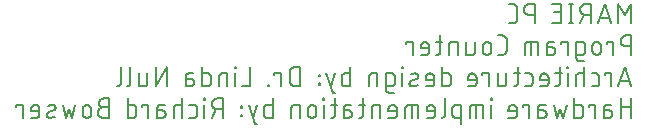
<source format=gbr>
G04 EAGLE Gerber RS-274X export*
G75*
%MOMM*%
%FSLAX34Y34*%
%LPD*%
%INSilkscreen Bottom*%
%IPPOS*%
%AMOC8*
5,1,8,0,0,1.08239X$1,22.5*%
G01*
%ADD10C,0.152400*%


D10*
X709238Y440772D02*
X709238Y457028D01*
X703819Y447997D01*
X698401Y457028D01*
X698401Y440772D01*
X692044Y440772D02*
X686625Y457028D01*
X681206Y440772D01*
X682561Y444836D02*
X690689Y444836D01*
X674897Y440772D02*
X674897Y457028D01*
X670381Y457028D01*
X670248Y457026D01*
X670116Y457020D01*
X669984Y457010D01*
X669852Y456997D01*
X669720Y456979D01*
X669590Y456958D01*
X669459Y456933D01*
X669330Y456904D01*
X669202Y456871D01*
X669074Y456835D01*
X668948Y456795D01*
X668823Y456751D01*
X668699Y456703D01*
X668577Y456652D01*
X668456Y456597D01*
X668337Y456539D01*
X668219Y456477D01*
X668104Y456412D01*
X667990Y456343D01*
X667879Y456272D01*
X667770Y456196D01*
X667663Y456118D01*
X667558Y456037D01*
X667456Y455952D01*
X667356Y455865D01*
X667259Y455775D01*
X667164Y455682D01*
X667073Y455586D01*
X666984Y455488D01*
X666898Y455387D01*
X666815Y455283D01*
X666735Y455177D01*
X666659Y455069D01*
X666585Y454959D01*
X666515Y454846D01*
X666448Y454732D01*
X666385Y454615D01*
X666325Y454497D01*
X666268Y454377D01*
X666215Y454255D01*
X666166Y454132D01*
X666120Y454008D01*
X666078Y453882D01*
X666040Y453755D01*
X666005Y453627D01*
X665974Y453498D01*
X665947Y453369D01*
X665924Y453238D01*
X665904Y453107D01*
X665889Y452975D01*
X665877Y452843D01*
X665869Y452711D01*
X665865Y452578D01*
X665865Y452446D01*
X665869Y452313D01*
X665877Y452181D01*
X665889Y452049D01*
X665904Y451917D01*
X665924Y451786D01*
X665947Y451655D01*
X665974Y451526D01*
X666005Y451397D01*
X666040Y451269D01*
X666078Y451142D01*
X666120Y451016D01*
X666166Y450892D01*
X666215Y450769D01*
X666268Y450647D01*
X666325Y450527D01*
X666385Y450409D01*
X666448Y450292D01*
X666515Y450178D01*
X666585Y450065D01*
X666659Y449955D01*
X666735Y449847D01*
X666815Y449741D01*
X666898Y449637D01*
X666984Y449536D01*
X667073Y449438D01*
X667164Y449342D01*
X667259Y449249D01*
X667356Y449159D01*
X667456Y449072D01*
X667558Y448987D01*
X667663Y448906D01*
X667770Y448828D01*
X667879Y448752D01*
X667990Y448681D01*
X668104Y448612D01*
X668219Y448547D01*
X668337Y448485D01*
X668456Y448427D01*
X668577Y448372D01*
X668699Y448321D01*
X668823Y448273D01*
X668948Y448229D01*
X669074Y448189D01*
X669202Y448153D01*
X669330Y448120D01*
X669459Y448091D01*
X669590Y448066D01*
X669720Y448045D01*
X669852Y448027D01*
X669984Y448014D01*
X670116Y448004D01*
X670248Y447998D01*
X670381Y447996D01*
X670381Y447997D02*
X674897Y447997D01*
X669478Y447997D02*
X665866Y440772D01*
X657968Y440772D02*
X657968Y457028D01*
X659774Y440772D02*
X656162Y440772D01*
X656162Y457028D02*
X659774Y457028D01*
X649427Y440772D02*
X642203Y440772D01*
X649427Y440772D02*
X649427Y457028D01*
X642203Y457028D01*
X644009Y449803D02*
X649427Y449803D01*
X627363Y457028D02*
X627363Y440772D01*
X627363Y457028D02*
X622847Y457028D01*
X622714Y457026D01*
X622582Y457020D01*
X622450Y457010D01*
X622318Y456997D01*
X622186Y456979D01*
X622056Y456958D01*
X621925Y456933D01*
X621796Y456904D01*
X621668Y456871D01*
X621540Y456835D01*
X621414Y456795D01*
X621289Y456751D01*
X621165Y456703D01*
X621043Y456652D01*
X620922Y456597D01*
X620803Y456539D01*
X620685Y456477D01*
X620570Y456412D01*
X620456Y456343D01*
X620345Y456272D01*
X620236Y456196D01*
X620129Y456118D01*
X620024Y456037D01*
X619922Y455952D01*
X619822Y455865D01*
X619725Y455775D01*
X619630Y455682D01*
X619539Y455586D01*
X619450Y455488D01*
X619364Y455387D01*
X619281Y455283D01*
X619201Y455177D01*
X619125Y455069D01*
X619051Y454959D01*
X618981Y454846D01*
X618914Y454732D01*
X618851Y454615D01*
X618791Y454497D01*
X618734Y454377D01*
X618681Y454255D01*
X618632Y454132D01*
X618586Y454008D01*
X618544Y453882D01*
X618506Y453755D01*
X618471Y453627D01*
X618440Y453498D01*
X618413Y453369D01*
X618390Y453238D01*
X618370Y453107D01*
X618355Y452975D01*
X618343Y452843D01*
X618335Y452711D01*
X618331Y452578D01*
X618331Y452446D01*
X618335Y452313D01*
X618343Y452181D01*
X618355Y452049D01*
X618370Y451917D01*
X618390Y451786D01*
X618413Y451655D01*
X618440Y451526D01*
X618471Y451397D01*
X618506Y451269D01*
X618544Y451142D01*
X618586Y451016D01*
X618632Y450892D01*
X618681Y450769D01*
X618734Y450647D01*
X618791Y450527D01*
X618851Y450409D01*
X618914Y450292D01*
X618981Y450178D01*
X619051Y450065D01*
X619125Y449955D01*
X619201Y449847D01*
X619281Y449741D01*
X619364Y449637D01*
X619450Y449536D01*
X619539Y449438D01*
X619630Y449342D01*
X619725Y449249D01*
X619822Y449159D01*
X619922Y449072D01*
X620024Y448987D01*
X620129Y448906D01*
X620236Y448828D01*
X620345Y448752D01*
X620456Y448681D01*
X620570Y448612D01*
X620685Y448547D01*
X620803Y448485D01*
X620922Y448427D01*
X621043Y448372D01*
X621165Y448321D01*
X621289Y448273D01*
X621414Y448229D01*
X621540Y448189D01*
X621668Y448153D01*
X621796Y448120D01*
X621925Y448091D01*
X622056Y448066D01*
X622186Y448045D01*
X622318Y448027D01*
X622450Y448014D01*
X622582Y448004D01*
X622714Y447998D01*
X622847Y447996D01*
X622847Y447997D02*
X627363Y447997D01*
X608890Y440772D02*
X605278Y440772D01*
X608890Y440772D02*
X609008Y440774D01*
X609126Y440780D01*
X609244Y440789D01*
X609361Y440803D01*
X609478Y440820D01*
X609595Y440841D01*
X609710Y440866D01*
X609825Y440895D01*
X609939Y440928D01*
X610051Y440964D01*
X610162Y441004D01*
X610272Y441047D01*
X610381Y441094D01*
X610488Y441144D01*
X610593Y441199D01*
X610696Y441256D01*
X610797Y441317D01*
X610897Y441381D01*
X610994Y441448D01*
X611089Y441518D01*
X611181Y441592D01*
X611272Y441668D01*
X611359Y441748D01*
X611444Y441830D01*
X611526Y441915D01*
X611606Y442002D01*
X611682Y442093D01*
X611756Y442185D01*
X611826Y442280D01*
X611893Y442377D01*
X611957Y442477D01*
X612018Y442578D01*
X612075Y442681D01*
X612130Y442786D01*
X612180Y442893D01*
X612227Y443002D01*
X612270Y443112D01*
X612310Y443223D01*
X612346Y443335D01*
X612379Y443449D01*
X612408Y443564D01*
X612433Y443679D01*
X612454Y443796D01*
X612471Y443913D01*
X612485Y444030D01*
X612494Y444148D01*
X612500Y444266D01*
X612502Y444384D01*
X612503Y444384D02*
X612503Y453416D01*
X612502Y453416D02*
X612500Y453534D01*
X612494Y453652D01*
X612485Y453770D01*
X612471Y453887D01*
X612454Y454004D01*
X612433Y454121D01*
X612408Y454236D01*
X612379Y454351D01*
X612346Y454465D01*
X612310Y454577D01*
X612270Y454688D01*
X612227Y454798D01*
X612180Y454907D01*
X612130Y455014D01*
X612075Y455119D01*
X612018Y455222D01*
X611957Y455323D01*
X611893Y455423D01*
X611826Y455520D01*
X611756Y455615D01*
X611682Y455707D01*
X611606Y455798D01*
X611526Y455885D01*
X611444Y455970D01*
X611359Y456052D01*
X611272Y456132D01*
X611181Y456208D01*
X611089Y456282D01*
X610994Y456352D01*
X610897Y456419D01*
X610797Y456483D01*
X610696Y456544D01*
X610593Y456601D01*
X610488Y456656D01*
X610381Y456706D01*
X610272Y456753D01*
X610162Y456796D01*
X610051Y456836D01*
X609939Y456872D01*
X609825Y456905D01*
X609710Y456934D01*
X609595Y456959D01*
X609478Y456980D01*
X609361Y456997D01*
X609244Y457011D01*
X609126Y457020D01*
X609008Y457026D01*
X608890Y457028D01*
X605278Y457028D01*
X709238Y430358D02*
X709238Y414102D01*
X709238Y430358D02*
X704722Y430358D01*
X704589Y430356D01*
X704457Y430350D01*
X704325Y430340D01*
X704193Y430327D01*
X704061Y430309D01*
X703931Y430288D01*
X703800Y430263D01*
X703671Y430234D01*
X703543Y430201D01*
X703415Y430165D01*
X703289Y430125D01*
X703164Y430081D01*
X703040Y430033D01*
X702918Y429982D01*
X702797Y429927D01*
X702678Y429869D01*
X702560Y429807D01*
X702445Y429742D01*
X702331Y429673D01*
X702220Y429602D01*
X702111Y429526D01*
X702004Y429448D01*
X701899Y429367D01*
X701797Y429282D01*
X701697Y429195D01*
X701600Y429105D01*
X701505Y429012D01*
X701414Y428916D01*
X701325Y428818D01*
X701239Y428717D01*
X701156Y428613D01*
X701076Y428507D01*
X701000Y428399D01*
X700926Y428289D01*
X700856Y428176D01*
X700789Y428062D01*
X700726Y427945D01*
X700666Y427827D01*
X700609Y427707D01*
X700556Y427585D01*
X700507Y427462D01*
X700461Y427338D01*
X700419Y427212D01*
X700381Y427085D01*
X700346Y426957D01*
X700315Y426828D01*
X700288Y426699D01*
X700265Y426568D01*
X700245Y426437D01*
X700230Y426305D01*
X700218Y426173D01*
X700210Y426041D01*
X700206Y425908D01*
X700206Y425776D01*
X700210Y425643D01*
X700218Y425511D01*
X700230Y425379D01*
X700245Y425247D01*
X700265Y425116D01*
X700288Y424985D01*
X700315Y424856D01*
X700346Y424727D01*
X700381Y424599D01*
X700419Y424472D01*
X700461Y424346D01*
X700507Y424222D01*
X700556Y424099D01*
X700609Y423977D01*
X700666Y423857D01*
X700726Y423739D01*
X700789Y423622D01*
X700856Y423508D01*
X700926Y423395D01*
X701000Y423285D01*
X701076Y423177D01*
X701156Y423071D01*
X701239Y422967D01*
X701325Y422866D01*
X701414Y422768D01*
X701505Y422672D01*
X701600Y422579D01*
X701697Y422489D01*
X701797Y422402D01*
X701899Y422317D01*
X702004Y422236D01*
X702111Y422158D01*
X702220Y422082D01*
X702331Y422011D01*
X702445Y421942D01*
X702560Y421877D01*
X702678Y421815D01*
X702797Y421757D01*
X702918Y421702D01*
X703040Y421651D01*
X703164Y421603D01*
X703289Y421559D01*
X703415Y421519D01*
X703543Y421483D01*
X703671Y421450D01*
X703800Y421421D01*
X703931Y421396D01*
X704061Y421375D01*
X704193Y421357D01*
X704325Y421344D01*
X704457Y421334D01*
X704589Y421328D01*
X704722Y421326D01*
X704722Y421327D02*
X709238Y421327D01*
X693872Y424939D02*
X693872Y414102D01*
X693872Y424939D02*
X688453Y424939D01*
X688453Y423133D01*
X683536Y421327D02*
X683536Y417714D01*
X683535Y421327D02*
X683533Y421446D01*
X683527Y421566D01*
X683517Y421685D01*
X683503Y421803D01*
X683486Y421922D01*
X683464Y422039D01*
X683439Y422156D01*
X683409Y422271D01*
X683376Y422386D01*
X683339Y422500D01*
X683299Y422612D01*
X683254Y422723D01*
X683206Y422832D01*
X683155Y422940D01*
X683100Y423046D01*
X683041Y423150D01*
X682979Y423252D01*
X682914Y423352D01*
X682845Y423450D01*
X682773Y423546D01*
X682698Y423639D01*
X682621Y423729D01*
X682540Y423817D01*
X682456Y423902D01*
X682369Y423984D01*
X682280Y424064D01*
X682188Y424140D01*
X682094Y424214D01*
X681997Y424284D01*
X681899Y424351D01*
X681798Y424415D01*
X681694Y424475D01*
X681589Y424532D01*
X681482Y424585D01*
X681374Y424635D01*
X681264Y424681D01*
X681152Y424723D01*
X681039Y424762D01*
X680925Y424797D01*
X680810Y424828D01*
X680693Y424856D01*
X680576Y424879D01*
X680459Y424899D01*
X680340Y424915D01*
X680221Y424927D01*
X680102Y424935D01*
X679983Y424939D01*
X679863Y424939D01*
X679744Y424935D01*
X679625Y424927D01*
X679506Y424915D01*
X679387Y424899D01*
X679270Y424879D01*
X679153Y424856D01*
X679036Y424828D01*
X678921Y424797D01*
X678807Y424762D01*
X678694Y424723D01*
X678582Y424681D01*
X678472Y424635D01*
X678364Y424585D01*
X678257Y424532D01*
X678152Y424475D01*
X678048Y424415D01*
X677947Y424351D01*
X677849Y424284D01*
X677752Y424214D01*
X677658Y424140D01*
X677566Y424064D01*
X677477Y423984D01*
X677390Y423902D01*
X677306Y423817D01*
X677225Y423729D01*
X677148Y423639D01*
X677073Y423546D01*
X677001Y423450D01*
X676932Y423352D01*
X676867Y423252D01*
X676805Y423150D01*
X676746Y423046D01*
X676691Y422940D01*
X676640Y422832D01*
X676592Y422723D01*
X676547Y422612D01*
X676507Y422500D01*
X676470Y422386D01*
X676437Y422271D01*
X676407Y422156D01*
X676382Y422039D01*
X676360Y421922D01*
X676343Y421803D01*
X676329Y421685D01*
X676319Y421566D01*
X676313Y421446D01*
X676311Y421327D01*
X676311Y417714D01*
X676313Y417595D01*
X676319Y417475D01*
X676329Y417356D01*
X676343Y417238D01*
X676360Y417119D01*
X676382Y417002D01*
X676407Y416885D01*
X676437Y416770D01*
X676470Y416655D01*
X676507Y416541D01*
X676547Y416429D01*
X676592Y416318D01*
X676640Y416209D01*
X676691Y416101D01*
X676746Y415995D01*
X676805Y415891D01*
X676867Y415789D01*
X676932Y415689D01*
X677001Y415591D01*
X677073Y415495D01*
X677148Y415402D01*
X677225Y415312D01*
X677306Y415224D01*
X677390Y415139D01*
X677477Y415057D01*
X677566Y414977D01*
X677658Y414901D01*
X677752Y414827D01*
X677849Y414757D01*
X677947Y414690D01*
X678048Y414626D01*
X678152Y414566D01*
X678257Y414509D01*
X678364Y414456D01*
X678472Y414406D01*
X678582Y414360D01*
X678694Y414318D01*
X678807Y414279D01*
X678921Y414244D01*
X679036Y414213D01*
X679153Y414185D01*
X679270Y414162D01*
X679387Y414142D01*
X679506Y414126D01*
X679625Y414114D01*
X679744Y414106D01*
X679863Y414102D01*
X679983Y414102D01*
X680102Y414106D01*
X680221Y414114D01*
X680340Y414126D01*
X680459Y414142D01*
X680576Y414162D01*
X680693Y414185D01*
X680810Y414213D01*
X680925Y414244D01*
X681039Y414279D01*
X681152Y414318D01*
X681264Y414360D01*
X681374Y414406D01*
X681482Y414456D01*
X681589Y414509D01*
X681694Y414566D01*
X681798Y414626D01*
X681899Y414690D01*
X681997Y414757D01*
X682094Y414827D01*
X682188Y414901D01*
X682280Y414977D01*
X682369Y415057D01*
X682456Y415139D01*
X682540Y415224D01*
X682621Y415312D01*
X682698Y415402D01*
X682773Y415495D01*
X682845Y415591D01*
X682914Y415689D01*
X682979Y415789D01*
X683041Y415891D01*
X683100Y415995D01*
X683155Y416101D01*
X683206Y416209D01*
X683254Y416318D01*
X683299Y416429D01*
X683339Y416541D01*
X683376Y416655D01*
X683409Y416770D01*
X683439Y416885D01*
X683464Y417002D01*
X683486Y417119D01*
X683503Y417238D01*
X683517Y417356D01*
X683527Y417475D01*
X683533Y417595D01*
X683535Y417714D01*
X667353Y414102D02*
X662837Y414102D01*
X667353Y414102D02*
X667454Y414104D01*
X667555Y414110D01*
X667656Y414119D01*
X667757Y414132D01*
X667857Y414149D01*
X667956Y414170D01*
X668054Y414194D01*
X668151Y414222D01*
X668248Y414254D01*
X668343Y414289D01*
X668436Y414328D01*
X668528Y414370D01*
X668619Y414416D01*
X668708Y414465D01*
X668794Y414517D01*
X668879Y414573D01*
X668962Y414631D01*
X669042Y414693D01*
X669120Y414758D01*
X669196Y414825D01*
X669269Y414895D01*
X669339Y414968D01*
X669406Y415044D01*
X669471Y415122D01*
X669533Y415202D01*
X669591Y415285D01*
X669647Y415370D01*
X669699Y415457D01*
X669748Y415545D01*
X669794Y415636D01*
X669836Y415728D01*
X669875Y415821D01*
X669910Y415916D01*
X669942Y416013D01*
X669970Y416110D01*
X669994Y416208D01*
X670015Y416307D01*
X670032Y416407D01*
X670045Y416508D01*
X670054Y416609D01*
X670060Y416710D01*
X670062Y416811D01*
X670062Y422230D01*
X670060Y422331D01*
X670054Y422432D01*
X670045Y422533D01*
X670032Y422634D01*
X670015Y422734D01*
X669994Y422833D01*
X669970Y422931D01*
X669942Y423028D01*
X669910Y423125D01*
X669875Y423220D01*
X669836Y423313D01*
X669794Y423405D01*
X669748Y423496D01*
X669699Y423585D01*
X669647Y423671D01*
X669591Y423756D01*
X669533Y423839D01*
X669471Y423919D01*
X669406Y423997D01*
X669339Y424073D01*
X669269Y424146D01*
X669196Y424216D01*
X669120Y424283D01*
X669042Y424348D01*
X668962Y424410D01*
X668879Y424468D01*
X668794Y424524D01*
X668708Y424576D01*
X668619Y424625D01*
X668528Y424671D01*
X668436Y424713D01*
X668343Y424752D01*
X668248Y424787D01*
X668151Y424819D01*
X668054Y424847D01*
X667956Y424871D01*
X667857Y424892D01*
X667757Y424909D01*
X667656Y424922D01*
X667555Y424931D01*
X667454Y424937D01*
X667353Y424939D01*
X662837Y424939D01*
X662837Y411393D01*
X662838Y411393D02*
X662840Y411292D01*
X662846Y411191D01*
X662855Y411090D01*
X662868Y410989D01*
X662885Y410889D01*
X662906Y410790D01*
X662930Y410692D01*
X662958Y410595D01*
X662990Y410498D01*
X663025Y410403D01*
X663064Y410310D01*
X663106Y410218D01*
X663152Y410127D01*
X663201Y410039D01*
X663253Y409952D01*
X663309Y409867D01*
X663367Y409784D01*
X663429Y409704D01*
X663494Y409626D01*
X663561Y409550D01*
X663631Y409477D01*
X663704Y409407D01*
X663780Y409340D01*
X663858Y409275D01*
X663938Y409213D01*
X664021Y409155D01*
X664106Y409099D01*
X664193Y409047D01*
X664281Y408998D01*
X664372Y408952D01*
X664464Y408910D01*
X664557Y408871D01*
X664652Y408836D01*
X664749Y408804D01*
X664846Y408776D01*
X664944Y408752D01*
X665043Y408731D01*
X665143Y408714D01*
X665244Y408701D01*
X665345Y408692D01*
X665446Y408686D01*
X665547Y408684D01*
X665547Y408683D02*
X669159Y408683D01*
X655315Y414102D02*
X655315Y424939D01*
X649896Y424939D01*
X649896Y423133D01*
X641891Y420424D02*
X637827Y420424D01*
X641891Y420424D02*
X642003Y420422D01*
X642114Y420416D01*
X642225Y420406D01*
X642336Y420393D01*
X642446Y420375D01*
X642555Y420353D01*
X642664Y420328D01*
X642772Y420299D01*
X642878Y420266D01*
X642984Y420229D01*
X643088Y420189D01*
X643190Y420145D01*
X643291Y420097D01*
X643390Y420046D01*
X643488Y419991D01*
X643583Y419933D01*
X643676Y419872D01*
X643767Y419807D01*
X643856Y419739D01*
X643942Y419668D01*
X644025Y419595D01*
X644106Y419518D01*
X644185Y419438D01*
X644260Y419356D01*
X644332Y419271D01*
X644402Y419184D01*
X644468Y419094D01*
X644531Y419002D01*
X644591Y418907D01*
X644647Y418811D01*
X644700Y418713D01*
X644749Y418613D01*
X644795Y418511D01*
X644837Y418408D01*
X644876Y418303D01*
X644911Y418197D01*
X644942Y418090D01*
X644969Y417982D01*
X644993Y417873D01*
X645012Y417763D01*
X645028Y417653D01*
X645040Y417542D01*
X645048Y417430D01*
X645052Y417319D01*
X645052Y417207D01*
X645048Y417096D01*
X645040Y416984D01*
X645028Y416873D01*
X645012Y416763D01*
X644993Y416653D01*
X644969Y416544D01*
X644942Y416436D01*
X644911Y416329D01*
X644876Y416223D01*
X644837Y416118D01*
X644795Y416015D01*
X644749Y415913D01*
X644700Y415813D01*
X644647Y415715D01*
X644591Y415619D01*
X644531Y415524D01*
X644468Y415432D01*
X644402Y415342D01*
X644332Y415255D01*
X644260Y415170D01*
X644185Y415088D01*
X644106Y415008D01*
X644025Y414931D01*
X643942Y414858D01*
X643856Y414787D01*
X643767Y414719D01*
X643676Y414654D01*
X643583Y414593D01*
X643488Y414535D01*
X643390Y414480D01*
X643291Y414429D01*
X643190Y414381D01*
X643088Y414337D01*
X642984Y414297D01*
X642878Y414260D01*
X642772Y414227D01*
X642664Y414198D01*
X642555Y414173D01*
X642446Y414151D01*
X642336Y414133D01*
X642225Y414120D01*
X642114Y414110D01*
X642003Y414104D01*
X641891Y414102D01*
X637827Y414102D01*
X637827Y422230D01*
X637828Y422230D02*
X637830Y422331D01*
X637836Y422432D01*
X637845Y422533D01*
X637858Y422634D01*
X637875Y422734D01*
X637896Y422833D01*
X637920Y422931D01*
X637948Y423028D01*
X637980Y423125D01*
X638015Y423220D01*
X638054Y423313D01*
X638096Y423405D01*
X638142Y423496D01*
X638191Y423585D01*
X638243Y423671D01*
X638299Y423756D01*
X638357Y423839D01*
X638419Y423919D01*
X638484Y423997D01*
X638551Y424073D01*
X638621Y424146D01*
X638694Y424216D01*
X638770Y424283D01*
X638848Y424348D01*
X638928Y424410D01*
X639011Y424468D01*
X639096Y424524D01*
X639183Y424576D01*
X639271Y424625D01*
X639362Y424671D01*
X639454Y424713D01*
X639547Y424752D01*
X639642Y424787D01*
X639739Y424819D01*
X639836Y424847D01*
X639934Y424871D01*
X640033Y424892D01*
X640133Y424909D01*
X640234Y424922D01*
X640335Y424931D01*
X640436Y424937D01*
X640537Y424939D01*
X644149Y424939D01*
X630112Y424939D02*
X630112Y414102D01*
X630112Y424939D02*
X621984Y424939D01*
X621883Y424937D01*
X621782Y424931D01*
X621681Y424922D01*
X621580Y424909D01*
X621480Y424892D01*
X621381Y424871D01*
X621283Y424847D01*
X621186Y424819D01*
X621089Y424787D01*
X620994Y424752D01*
X620901Y424713D01*
X620809Y424671D01*
X620718Y424625D01*
X620630Y424576D01*
X620543Y424524D01*
X620458Y424468D01*
X620375Y424410D01*
X620295Y424348D01*
X620217Y424283D01*
X620141Y424216D01*
X620068Y424146D01*
X619998Y424073D01*
X619931Y423997D01*
X619866Y423919D01*
X619804Y423839D01*
X619746Y423756D01*
X619690Y423671D01*
X619638Y423585D01*
X619589Y423496D01*
X619543Y423405D01*
X619501Y423313D01*
X619462Y423220D01*
X619427Y423125D01*
X619395Y423028D01*
X619367Y422931D01*
X619343Y422833D01*
X619322Y422734D01*
X619305Y422634D01*
X619292Y422533D01*
X619283Y422432D01*
X619277Y422331D01*
X619275Y422230D01*
X619275Y414102D01*
X624693Y414102D02*
X624693Y424939D01*
X600105Y414102D02*
X596492Y414102D01*
X600105Y414102D02*
X600223Y414104D01*
X600341Y414110D01*
X600459Y414119D01*
X600576Y414133D01*
X600693Y414150D01*
X600810Y414171D01*
X600925Y414196D01*
X601040Y414225D01*
X601154Y414258D01*
X601266Y414294D01*
X601377Y414334D01*
X601487Y414377D01*
X601596Y414424D01*
X601703Y414474D01*
X601808Y414529D01*
X601911Y414586D01*
X602012Y414647D01*
X602112Y414711D01*
X602209Y414778D01*
X602304Y414848D01*
X602396Y414922D01*
X602487Y414998D01*
X602574Y415078D01*
X602659Y415160D01*
X602741Y415245D01*
X602821Y415332D01*
X602897Y415423D01*
X602971Y415515D01*
X603041Y415610D01*
X603108Y415707D01*
X603172Y415807D01*
X603233Y415908D01*
X603290Y416011D01*
X603345Y416116D01*
X603395Y416223D01*
X603442Y416332D01*
X603485Y416442D01*
X603525Y416553D01*
X603561Y416665D01*
X603594Y416779D01*
X603623Y416894D01*
X603648Y417009D01*
X603669Y417126D01*
X603686Y417243D01*
X603700Y417360D01*
X603709Y417478D01*
X603715Y417596D01*
X603717Y417714D01*
X603717Y426746D01*
X603715Y426864D01*
X603709Y426982D01*
X603700Y427100D01*
X603686Y427217D01*
X603669Y427334D01*
X603648Y427451D01*
X603623Y427566D01*
X603594Y427681D01*
X603561Y427795D01*
X603525Y427907D01*
X603485Y428018D01*
X603442Y428128D01*
X603395Y428237D01*
X603345Y428344D01*
X603290Y428449D01*
X603233Y428552D01*
X603172Y428653D01*
X603108Y428753D01*
X603041Y428850D01*
X602971Y428945D01*
X602897Y429037D01*
X602821Y429128D01*
X602741Y429215D01*
X602659Y429300D01*
X602574Y429382D01*
X602487Y429462D01*
X602396Y429538D01*
X602304Y429612D01*
X602209Y429682D01*
X602112Y429749D01*
X602012Y429813D01*
X601911Y429874D01*
X601808Y429931D01*
X601703Y429986D01*
X601596Y430036D01*
X601487Y430083D01*
X601377Y430126D01*
X601266Y430166D01*
X601154Y430202D01*
X601040Y430235D01*
X600925Y430264D01*
X600810Y430289D01*
X600693Y430310D01*
X600576Y430327D01*
X600459Y430341D01*
X600341Y430350D01*
X600223Y430356D01*
X600105Y430358D01*
X596492Y430358D01*
X590791Y421327D02*
X590791Y417714D01*
X590790Y421327D02*
X590788Y421446D01*
X590782Y421566D01*
X590772Y421685D01*
X590758Y421803D01*
X590741Y421922D01*
X590719Y422039D01*
X590694Y422156D01*
X590664Y422271D01*
X590631Y422386D01*
X590594Y422500D01*
X590554Y422612D01*
X590509Y422723D01*
X590461Y422832D01*
X590410Y422940D01*
X590355Y423046D01*
X590296Y423150D01*
X590234Y423252D01*
X590169Y423352D01*
X590100Y423450D01*
X590028Y423546D01*
X589953Y423639D01*
X589876Y423729D01*
X589795Y423817D01*
X589711Y423902D01*
X589624Y423984D01*
X589535Y424064D01*
X589443Y424140D01*
X589349Y424214D01*
X589252Y424284D01*
X589154Y424351D01*
X589053Y424415D01*
X588949Y424475D01*
X588844Y424532D01*
X588737Y424585D01*
X588629Y424635D01*
X588519Y424681D01*
X588407Y424723D01*
X588294Y424762D01*
X588180Y424797D01*
X588065Y424828D01*
X587948Y424856D01*
X587831Y424879D01*
X587714Y424899D01*
X587595Y424915D01*
X587476Y424927D01*
X587357Y424935D01*
X587238Y424939D01*
X587118Y424939D01*
X586999Y424935D01*
X586880Y424927D01*
X586761Y424915D01*
X586642Y424899D01*
X586525Y424879D01*
X586408Y424856D01*
X586291Y424828D01*
X586176Y424797D01*
X586062Y424762D01*
X585949Y424723D01*
X585837Y424681D01*
X585727Y424635D01*
X585619Y424585D01*
X585512Y424532D01*
X585407Y424475D01*
X585303Y424415D01*
X585202Y424351D01*
X585104Y424284D01*
X585007Y424214D01*
X584913Y424140D01*
X584821Y424064D01*
X584732Y423984D01*
X584645Y423902D01*
X584561Y423817D01*
X584480Y423729D01*
X584403Y423639D01*
X584328Y423546D01*
X584256Y423450D01*
X584187Y423352D01*
X584122Y423252D01*
X584060Y423150D01*
X584001Y423046D01*
X583946Y422940D01*
X583895Y422832D01*
X583847Y422723D01*
X583802Y422612D01*
X583762Y422500D01*
X583725Y422386D01*
X583692Y422271D01*
X583662Y422156D01*
X583637Y422039D01*
X583615Y421922D01*
X583598Y421803D01*
X583584Y421685D01*
X583574Y421566D01*
X583568Y421446D01*
X583566Y421327D01*
X583566Y417714D01*
X583568Y417595D01*
X583574Y417475D01*
X583584Y417356D01*
X583598Y417238D01*
X583615Y417119D01*
X583637Y417002D01*
X583662Y416885D01*
X583692Y416770D01*
X583725Y416655D01*
X583762Y416541D01*
X583802Y416429D01*
X583847Y416318D01*
X583895Y416209D01*
X583946Y416101D01*
X584001Y415995D01*
X584060Y415891D01*
X584122Y415789D01*
X584187Y415689D01*
X584256Y415591D01*
X584328Y415495D01*
X584403Y415402D01*
X584480Y415312D01*
X584561Y415224D01*
X584645Y415139D01*
X584732Y415057D01*
X584821Y414977D01*
X584913Y414901D01*
X585007Y414827D01*
X585104Y414757D01*
X585202Y414690D01*
X585303Y414626D01*
X585407Y414566D01*
X585512Y414509D01*
X585619Y414456D01*
X585727Y414406D01*
X585837Y414360D01*
X585949Y414318D01*
X586062Y414279D01*
X586176Y414244D01*
X586291Y414213D01*
X586408Y414185D01*
X586525Y414162D01*
X586642Y414142D01*
X586761Y414126D01*
X586880Y414114D01*
X586999Y414106D01*
X587118Y414102D01*
X587238Y414102D01*
X587357Y414106D01*
X587476Y414114D01*
X587595Y414126D01*
X587714Y414142D01*
X587831Y414162D01*
X587948Y414185D01*
X588065Y414213D01*
X588180Y414244D01*
X588294Y414279D01*
X588407Y414318D01*
X588519Y414360D01*
X588629Y414406D01*
X588737Y414456D01*
X588844Y414509D01*
X588949Y414566D01*
X589053Y414626D01*
X589154Y414690D01*
X589252Y414757D01*
X589349Y414827D01*
X589443Y414901D01*
X589535Y414977D01*
X589624Y415057D01*
X589711Y415139D01*
X589795Y415224D01*
X589876Y415312D01*
X589953Y415402D01*
X590028Y415495D01*
X590100Y415591D01*
X590169Y415689D01*
X590234Y415789D01*
X590296Y415891D01*
X590355Y415995D01*
X590410Y416101D01*
X590461Y416209D01*
X590509Y416318D01*
X590554Y416429D01*
X590594Y416541D01*
X590631Y416655D01*
X590664Y416770D01*
X590694Y416885D01*
X590719Y417002D01*
X590741Y417119D01*
X590758Y417238D01*
X590772Y417356D01*
X590782Y417475D01*
X590788Y417595D01*
X590790Y417714D01*
X576723Y416811D02*
X576723Y424939D01*
X576722Y416811D02*
X576720Y416710D01*
X576714Y416609D01*
X576705Y416508D01*
X576692Y416407D01*
X576675Y416307D01*
X576654Y416208D01*
X576630Y416110D01*
X576602Y416013D01*
X576570Y415916D01*
X576535Y415821D01*
X576496Y415728D01*
X576454Y415636D01*
X576408Y415545D01*
X576359Y415457D01*
X576307Y415370D01*
X576251Y415285D01*
X576193Y415202D01*
X576131Y415122D01*
X576066Y415044D01*
X575999Y414968D01*
X575929Y414895D01*
X575856Y414825D01*
X575780Y414758D01*
X575702Y414693D01*
X575622Y414631D01*
X575539Y414573D01*
X575454Y414517D01*
X575368Y414465D01*
X575279Y414416D01*
X575188Y414370D01*
X575096Y414328D01*
X575003Y414289D01*
X574908Y414254D01*
X574811Y414222D01*
X574714Y414194D01*
X574616Y414170D01*
X574517Y414149D01*
X574417Y414132D01*
X574316Y414119D01*
X574215Y414110D01*
X574114Y414104D01*
X574013Y414102D01*
X569498Y414102D01*
X569498Y424939D01*
X562133Y424939D02*
X562133Y414102D01*
X562133Y424939D02*
X557618Y424939D01*
X557514Y424937D01*
X557411Y424931D01*
X557307Y424921D01*
X557204Y424907D01*
X557102Y424889D01*
X557001Y424868D01*
X556900Y424842D01*
X556801Y424813D01*
X556702Y424780D01*
X556605Y424743D01*
X556510Y424702D01*
X556416Y424658D01*
X556324Y424610D01*
X556234Y424559D01*
X556145Y424504D01*
X556059Y424446D01*
X555976Y424384D01*
X555894Y424320D01*
X555816Y424252D01*
X555740Y424182D01*
X555666Y424109D01*
X555596Y424032D01*
X555528Y423954D01*
X555464Y423872D01*
X555402Y423789D01*
X555344Y423703D01*
X555289Y423614D01*
X555238Y423524D01*
X555190Y423432D01*
X555146Y423338D01*
X555105Y423243D01*
X555068Y423146D01*
X555035Y423047D01*
X555006Y422948D01*
X554980Y422847D01*
X554959Y422746D01*
X554941Y422644D01*
X554927Y422541D01*
X554917Y422437D01*
X554911Y422334D01*
X554909Y422230D01*
X554909Y414102D01*
X549363Y424939D02*
X543944Y424939D01*
X547556Y430358D02*
X547556Y416811D01*
X547554Y416710D01*
X547548Y416609D01*
X547539Y416508D01*
X547526Y416407D01*
X547509Y416307D01*
X547488Y416208D01*
X547464Y416110D01*
X547436Y416013D01*
X547404Y415916D01*
X547369Y415821D01*
X547330Y415728D01*
X547288Y415636D01*
X547242Y415545D01*
X547193Y415457D01*
X547141Y415370D01*
X547085Y415285D01*
X547027Y415202D01*
X546965Y415122D01*
X546900Y415044D01*
X546833Y414968D01*
X546763Y414895D01*
X546690Y414825D01*
X546614Y414758D01*
X546536Y414693D01*
X546456Y414631D01*
X546373Y414573D01*
X546288Y414517D01*
X546202Y414465D01*
X546113Y414416D01*
X546022Y414370D01*
X545930Y414328D01*
X545837Y414289D01*
X545742Y414254D01*
X545645Y414222D01*
X545548Y414194D01*
X545450Y414170D01*
X545351Y414149D01*
X545251Y414132D01*
X545150Y414119D01*
X545049Y414110D01*
X544948Y414104D01*
X544847Y414102D01*
X543944Y414102D01*
X535456Y414102D02*
X530941Y414102D01*
X535456Y414102D02*
X535557Y414104D01*
X535658Y414110D01*
X535759Y414119D01*
X535860Y414132D01*
X535960Y414149D01*
X536059Y414170D01*
X536157Y414194D01*
X536254Y414222D01*
X536351Y414254D01*
X536446Y414289D01*
X536539Y414328D01*
X536631Y414370D01*
X536722Y414416D01*
X536811Y414465D01*
X536897Y414517D01*
X536982Y414573D01*
X537065Y414631D01*
X537145Y414693D01*
X537223Y414758D01*
X537299Y414825D01*
X537372Y414895D01*
X537442Y414968D01*
X537509Y415044D01*
X537574Y415122D01*
X537636Y415202D01*
X537694Y415285D01*
X537750Y415370D01*
X537802Y415457D01*
X537851Y415545D01*
X537897Y415636D01*
X537939Y415728D01*
X537978Y415821D01*
X538013Y415916D01*
X538045Y416013D01*
X538073Y416110D01*
X538097Y416208D01*
X538118Y416307D01*
X538135Y416407D01*
X538148Y416508D01*
X538157Y416609D01*
X538163Y416710D01*
X538165Y416811D01*
X538166Y416811D02*
X538166Y421327D01*
X538165Y421327D02*
X538163Y421446D01*
X538157Y421566D01*
X538147Y421685D01*
X538133Y421803D01*
X538116Y421922D01*
X538094Y422039D01*
X538069Y422156D01*
X538039Y422271D01*
X538006Y422386D01*
X537969Y422500D01*
X537929Y422612D01*
X537884Y422723D01*
X537836Y422832D01*
X537785Y422940D01*
X537730Y423046D01*
X537671Y423150D01*
X537609Y423252D01*
X537544Y423352D01*
X537475Y423450D01*
X537403Y423546D01*
X537328Y423639D01*
X537251Y423729D01*
X537170Y423817D01*
X537086Y423902D01*
X536999Y423984D01*
X536910Y424064D01*
X536818Y424140D01*
X536724Y424214D01*
X536627Y424284D01*
X536529Y424351D01*
X536428Y424415D01*
X536324Y424475D01*
X536219Y424532D01*
X536112Y424585D01*
X536004Y424635D01*
X535894Y424681D01*
X535782Y424723D01*
X535669Y424762D01*
X535555Y424797D01*
X535440Y424828D01*
X535323Y424856D01*
X535206Y424879D01*
X535089Y424899D01*
X534970Y424915D01*
X534851Y424927D01*
X534732Y424935D01*
X534613Y424939D01*
X534493Y424939D01*
X534374Y424935D01*
X534255Y424927D01*
X534136Y424915D01*
X534017Y424899D01*
X533900Y424879D01*
X533783Y424856D01*
X533666Y424828D01*
X533551Y424797D01*
X533437Y424762D01*
X533324Y424723D01*
X533212Y424681D01*
X533102Y424635D01*
X532994Y424585D01*
X532887Y424532D01*
X532782Y424475D01*
X532678Y424415D01*
X532577Y424351D01*
X532479Y424284D01*
X532382Y424214D01*
X532288Y424140D01*
X532196Y424064D01*
X532107Y423984D01*
X532020Y423902D01*
X531936Y423817D01*
X531855Y423729D01*
X531778Y423639D01*
X531703Y423546D01*
X531631Y423450D01*
X531562Y423352D01*
X531497Y423252D01*
X531435Y423150D01*
X531376Y423046D01*
X531321Y422940D01*
X531270Y422832D01*
X531222Y422723D01*
X531177Y422612D01*
X531137Y422500D01*
X531100Y422386D01*
X531067Y422271D01*
X531037Y422156D01*
X531012Y422039D01*
X530990Y421922D01*
X530973Y421803D01*
X530959Y421685D01*
X530949Y421566D01*
X530943Y421446D01*
X530941Y421327D01*
X530941Y419521D01*
X538166Y419521D01*
X524013Y414102D02*
X524013Y424939D01*
X518594Y424939D01*
X518594Y423133D01*
X703819Y403688D02*
X709238Y387432D01*
X698401Y387432D02*
X703819Y403688D01*
X699755Y391496D02*
X707883Y391496D01*
X692237Y387432D02*
X692237Y398269D01*
X686818Y398269D01*
X686818Y396463D01*
X679174Y387432D02*
X675561Y387432D01*
X679174Y387432D02*
X679275Y387434D01*
X679376Y387440D01*
X679477Y387449D01*
X679578Y387462D01*
X679678Y387479D01*
X679777Y387500D01*
X679875Y387524D01*
X679972Y387552D01*
X680069Y387584D01*
X680164Y387619D01*
X680257Y387658D01*
X680349Y387700D01*
X680440Y387746D01*
X680529Y387795D01*
X680615Y387847D01*
X680700Y387903D01*
X680783Y387961D01*
X680863Y388023D01*
X680941Y388088D01*
X681017Y388155D01*
X681090Y388225D01*
X681160Y388298D01*
X681227Y388374D01*
X681292Y388452D01*
X681354Y388532D01*
X681412Y388615D01*
X681468Y388700D01*
X681520Y388787D01*
X681569Y388875D01*
X681615Y388966D01*
X681657Y389058D01*
X681696Y389151D01*
X681731Y389246D01*
X681763Y389343D01*
X681791Y389440D01*
X681815Y389538D01*
X681836Y389637D01*
X681853Y389737D01*
X681866Y389838D01*
X681875Y389939D01*
X681881Y390040D01*
X681883Y390141D01*
X681883Y395560D01*
X681881Y395661D01*
X681875Y395762D01*
X681866Y395863D01*
X681853Y395964D01*
X681836Y396064D01*
X681815Y396163D01*
X681791Y396261D01*
X681763Y396358D01*
X681731Y396455D01*
X681696Y396550D01*
X681657Y396643D01*
X681615Y396735D01*
X681569Y396826D01*
X681520Y396915D01*
X681468Y397001D01*
X681412Y397086D01*
X681354Y397169D01*
X681292Y397249D01*
X681227Y397327D01*
X681160Y397403D01*
X681090Y397476D01*
X681017Y397546D01*
X680941Y397613D01*
X680863Y397678D01*
X680783Y397740D01*
X680700Y397798D01*
X680615Y397854D01*
X680529Y397906D01*
X680440Y397955D01*
X680349Y398001D01*
X680257Y398043D01*
X680164Y398082D01*
X680069Y398117D01*
X679972Y398149D01*
X679875Y398177D01*
X679777Y398201D01*
X679678Y398222D01*
X679578Y398239D01*
X679477Y398252D01*
X679376Y398261D01*
X679275Y398267D01*
X679174Y398269D01*
X675561Y398269D01*
X669396Y403688D02*
X669396Y387432D01*
X669396Y398269D02*
X664880Y398269D01*
X664776Y398267D01*
X664673Y398261D01*
X664569Y398251D01*
X664466Y398237D01*
X664364Y398219D01*
X664263Y398198D01*
X664162Y398172D01*
X664063Y398143D01*
X663964Y398110D01*
X663867Y398073D01*
X663772Y398032D01*
X663678Y397988D01*
X663586Y397940D01*
X663496Y397889D01*
X663407Y397834D01*
X663321Y397776D01*
X663238Y397714D01*
X663156Y397650D01*
X663078Y397582D01*
X663002Y397512D01*
X662928Y397439D01*
X662858Y397362D01*
X662790Y397284D01*
X662726Y397202D01*
X662664Y397119D01*
X662606Y397033D01*
X662551Y396944D01*
X662500Y396854D01*
X662452Y396762D01*
X662408Y396668D01*
X662367Y396573D01*
X662330Y396476D01*
X662297Y396377D01*
X662268Y396278D01*
X662242Y396177D01*
X662221Y396076D01*
X662203Y395974D01*
X662189Y395871D01*
X662179Y395767D01*
X662173Y395664D01*
X662171Y395560D01*
X662171Y387432D01*
X655363Y387432D02*
X655363Y398269D01*
X655814Y402785D02*
X655814Y403688D01*
X654911Y403688D01*
X654911Y402785D01*
X655814Y402785D01*
X650373Y398269D02*
X644954Y398269D01*
X648566Y403688D02*
X648566Y390141D01*
X648564Y390040D01*
X648558Y389939D01*
X648549Y389838D01*
X648536Y389737D01*
X648519Y389637D01*
X648498Y389538D01*
X648474Y389440D01*
X648446Y389343D01*
X648414Y389246D01*
X648379Y389151D01*
X648340Y389058D01*
X648298Y388966D01*
X648252Y388875D01*
X648203Y388787D01*
X648151Y388700D01*
X648095Y388615D01*
X648037Y388532D01*
X647975Y388452D01*
X647910Y388374D01*
X647843Y388298D01*
X647773Y388225D01*
X647700Y388155D01*
X647624Y388088D01*
X647546Y388023D01*
X647466Y387961D01*
X647383Y387903D01*
X647298Y387847D01*
X647212Y387795D01*
X647123Y387746D01*
X647032Y387700D01*
X646940Y387658D01*
X646847Y387619D01*
X646752Y387584D01*
X646655Y387552D01*
X646558Y387524D01*
X646460Y387500D01*
X646361Y387479D01*
X646261Y387462D01*
X646160Y387449D01*
X646059Y387440D01*
X645958Y387434D01*
X645857Y387432D01*
X644954Y387432D01*
X636466Y387432D02*
X631951Y387432D01*
X636466Y387432D02*
X636567Y387434D01*
X636668Y387440D01*
X636769Y387449D01*
X636870Y387462D01*
X636970Y387479D01*
X637069Y387500D01*
X637167Y387524D01*
X637264Y387552D01*
X637361Y387584D01*
X637456Y387619D01*
X637549Y387658D01*
X637641Y387700D01*
X637732Y387746D01*
X637821Y387795D01*
X637907Y387847D01*
X637992Y387903D01*
X638075Y387961D01*
X638155Y388023D01*
X638233Y388088D01*
X638309Y388155D01*
X638382Y388225D01*
X638452Y388298D01*
X638519Y388374D01*
X638584Y388452D01*
X638646Y388532D01*
X638704Y388615D01*
X638760Y388700D01*
X638812Y388787D01*
X638861Y388875D01*
X638907Y388966D01*
X638949Y389058D01*
X638988Y389151D01*
X639023Y389246D01*
X639055Y389343D01*
X639083Y389440D01*
X639107Y389538D01*
X639128Y389637D01*
X639145Y389737D01*
X639158Y389838D01*
X639167Y389939D01*
X639173Y390040D01*
X639175Y390141D01*
X639175Y394657D01*
X639173Y394776D01*
X639167Y394896D01*
X639157Y395015D01*
X639143Y395133D01*
X639126Y395252D01*
X639104Y395369D01*
X639079Y395486D01*
X639049Y395601D01*
X639016Y395716D01*
X638979Y395830D01*
X638939Y395942D01*
X638894Y396053D01*
X638846Y396162D01*
X638795Y396270D01*
X638740Y396376D01*
X638681Y396480D01*
X638619Y396582D01*
X638554Y396682D01*
X638485Y396780D01*
X638413Y396876D01*
X638338Y396969D01*
X638261Y397059D01*
X638180Y397147D01*
X638096Y397232D01*
X638009Y397314D01*
X637920Y397394D01*
X637828Y397470D01*
X637734Y397544D01*
X637637Y397614D01*
X637539Y397681D01*
X637438Y397745D01*
X637334Y397805D01*
X637229Y397862D01*
X637122Y397915D01*
X637014Y397965D01*
X636904Y398011D01*
X636792Y398053D01*
X636679Y398092D01*
X636565Y398127D01*
X636450Y398158D01*
X636333Y398186D01*
X636216Y398209D01*
X636099Y398229D01*
X635980Y398245D01*
X635861Y398257D01*
X635742Y398265D01*
X635623Y398269D01*
X635503Y398269D01*
X635384Y398265D01*
X635265Y398257D01*
X635146Y398245D01*
X635027Y398229D01*
X634910Y398209D01*
X634793Y398186D01*
X634676Y398158D01*
X634561Y398127D01*
X634447Y398092D01*
X634334Y398053D01*
X634222Y398011D01*
X634112Y397965D01*
X634004Y397915D01*
X633897Y397862D01*
X633792Y397805D01*
X633688Y397745D01*
X633587Y397681D01*
X633489Y397614D01*
X633392Y397544D01*
X633298Y397470D01*
X633206Y397394D01*
X633117Y397314D01*
X633030Y397232D01*
X632946Y397147D01*
X632865Y397059D01*
X632788Y396969D01*
X632713Y396876D01*
X632641Y396780D01*
X632572Y396682D01*
X632507Y396582D01*
X632445Y396480D01*
X632386Y396376D01*
X632331Y396270D01*
X632280Y396162D01*
X632232Y396053D01*
X632187Y395942D01*
X632147Y395830D01*
X632110Y395716D01*
X632077Y395601D01*
X632047Y395486D01*
X632022Y395369D01*
X632000Y395252D01*
X631983Y395133D01*
X631969Y395015D01*
X631959Y394896D01*
X631953Y394776D01*
X631951Y394657D01*
X631951Y392851D01*
X639175Y392851D01*
X622902Y387432D02*
X619289Y387432D01*
X622902Y387432D02*
X623003Y387434D01*
X623104Y387440D01*
X623205Y387449D01*
X623306Y387462D01*
X623406Y387479D01*
X623505Y387500D01*
X623603Y387524D01*
X623700Y387552D01*
X623797Y387584D01*
X623892Y387619D01*
X623985Y387658D01*
X624077Y387700D01*
X624168Y387746D01*
X624257Y387795D01*
X624343Y387847D01*
X624428Y387903D01*
X624511Y387961D01*
X624591Y388023D01*
X624669Y388088D01*
X624745Y388155D01*
X624818Y388225D01*
X624888Y388298D01*
X624955Y388374D01*
X625020Y388452D01*
X625082Y388532D01*
X625140Y388615D01*
X625196Y388700D01*
X625248Y388787D01*
X625297Y388875D01*
X625343Y388966D01*
X625385Y389058D01*
X625424Y389151D01*
X625459Y389246D01*
X625491Y389343D01*
X625519Y389440D01*
X625543Y389538D01*
X625564Y389637D01*
X625581Y389737D01*
X625594Y389838D01*
X625603Y389939D01*
X625609Y390040D01*
X625611Y390141D01*
X625611Y395560D01*
X625609Y395661D01*
X625603Y395762D01*
X625594Y395863D01*
X625581Y395964D01*
X625564Y396064D01*
X625543Y396163D01*
X625519Y396261D01*
X625491Y396358D01*
X625459Y396455D01*
X625424Y396550D01*
X625385Y396643D01*
X625343Y396735D01*
X625297Y396826D01*
X625248Y396915D01*
X625196Y397001D01*
X625140Y397086D01*
X625082Y397169D01*
X625020Y397249D01*
X624955Y397327D01*
X624888Y397403D01*
X624818Y397476D01*
X624745Y397546D01*
X624669Y397613D01*
X624591Y397678D01*
X624511Y397740D01*
X624428Y397798D01*
X624343Y397854D01*
X624257Y397906D01*
X624168Y397955D01*
X624077Y398001D01*
X623985Y398043D01*
X623892Y398082D01*
X623797Y398117D01*
X623700Y398149D01*
X623603Y398177D01*
X623505Y398201D01*
X623406Y398222D01*
X623306Y398239D01*
X623205Y398252D01*
X623104Y398261D01*
X623003Y398267D01*
X622902Y398269D01*
X619289Y398269D01*
X614942Y398269D02*
X609523Y398269D01*
X613136Y403688D02*
X613136Y390141D01*
X613135Y390141D02*
X613133Y390040D01*
X613127Y389939D01*
X613118Y389838D01*
X613105Y389737D01*
X613088Y389637D01*
X613067Y389538D01*
X613043Y389440D01*
X613015Y389343D01*
X612983Y389246D01*
X612948Y389151D01*
X612909Y389058D01*
X612867Y388966D01*
X612821Y388875D01*
X612772Y388787D01*
X612720Y388700D01*
X612664Y388615D01*
X612606Y388532D01*
X612544Y388452D01*
X612479Y388374D01*
X612412Y388298D01*
X612342Y388225D01*
X612269Y388155D01*
X612193Y388088D01*
X612115Y388023D01*
X612035Y387961D01*
X611952Y387903D01*
X611867Y387847D01*
X611781Y387795D01*
X611692Y387746D01*
X611601Y387700D01*
X611509Y387658D01*
X611416Y387619D01*
X611321Y387584D01*
X611224Y387552D01*
X611127Y387524D01*
X611029Y387500D01*
X610930Y387479D01*
X610830Y387462D01*
X610729Y387449D01*
X610628Y387440D01*
X610527Y387434D01*
X610426Y387432D01*
X609523Y387432D01*
X603224Y390141D02*
X603224Y398269D01*
X603223Y390141D02*
X603221Y390040D01*
X603215Y389939D01*
X603206Y389838D01*
X603193Y389737D01*
X603176Y389637D01*
X603155Y389538D01*
X603131Y389440D01*
X603103Y389343D01*
X603071Y389246D01*
X603036Y389151D01*
X602997Y389058D01*
X602955Y388966D01*
X602909Y388875D01*
X602860Y388787D01*
X602808Y388700D01*
X602752Y388615D01*
X602694Y388532D01*
X602632Y388452D01*
X602567Y388374D01*
X602500Y388298D01*
X602430Y388225D01*
X602357Y388155D01*
X602281Y388088D01*
X602203Y388023D01*
X602123Y387961D01*
X602040Y387903D01*
X601955Y387847D01*
X601869Y387795D01*
X601780Y387746D01*
X601689Y387700D01*
X601597Y387658D01*
X601504Y387619D01*
X601409Y387584D01*
X601312Y387552D01*
X601215Y387524D01*
X601117Y387500D01*
X601018Y387479D01*
X600918Y387462D01*
X600817Y387449D01*
X600716Y387440D01*
X600615Y387434D01*
X600514Y387432D01*
X595999Y387432D01*
X595999Y398269D01*
X588550Y398269D02*
X588550Y387432D01*
X588550Y398269D02*
X583131Y398269D01*
X583131Y396463D01*
X575504Y387432D02*
X570989Y387432D01*
X575504Y387432D02*
X575605Y387434D01*
X575706Y387440D01*
X575807Y387449D01*
X575908Y387462D01*
X576008Y387479D01*
X576107Y387500D01*
X576205Y387524D01*
X576302Y387552D01*
X576399Y387584D01*
X576494Y387619D01*
X576587Y387658D01*
X576679Y387700D01*
X576770Y387746D01*
X576859Y387795D01*
X576945Y387847D01*
X577030Y387903D01*
X577113Y387961D01*
X577193Y388023D01*
X577271Y388088D01*
X577347Y388155D01*
X577420Y388225D01*
X577490Y388298D01*
X577557Y388374D01*
X577622Y388452D01*
X577684Y388532D01*
X577742Y388615D01*
X577798Y388700D01*
X577850Y388787D01*
X577899Y388875D01*
X577945Y388966D01*
X577987Y389058D01*
X578026Y389151D01*
X578061Y389246D01*
X578093Y389343D01*
X578121Y389440D01*
X578145Y389538D01*
X578166Y389637D01*
X578183Y389737D01*
X578196Y389838D01*
X578205Y389939D01*
X578211Y390040D01*
X578213Y390141D01*
X578214Y390141D02*
X578214Y394657D01*
X578213Y394657D02*
X578211Y394776D01*
X578205Y394896D01*
X578195Y395015D01*
X578181Y395133D01*
X578164Y395252D01*
X578142Y395369D01*
X578117Y395486D01*
X578087Y395601D01*
X578054Y395716D01*
X578017Y395830D01*
X577977Y395942D01*
X577932Y396053D01*
X577884Y396162D01*
X577833Y396270D01*
X577778Y396376D01*
X577719Y396480D01*
X577657Y396582D01*
X577592Y396682D01*
X577523Y396780D01*
X577451Y396876D01*
X577376Y396969D01*
X577299Y397059D01*
X577218Y397147D01*
X577134Y397232D01*
X577047Y397314D01*
X576958Y397394D01*
X576866Y397470D01*
X576772Y397544D01*
X576675Y397614D01*
X576577Y397681D01*
X576476Y397745D01*
X576372Y397805D01*
X576267Y397862D01*
X576160Y397915D01*
X576052Y397965D01*
X575942Y398011D01*
X575830Y398053D01*
X575717Y398092D01*
X575603Y398127D01*
X575488Y398158D01*
X575371Y398186D01*
X575254Y398209D01*
X575137Y398229D01*
X575018Y398245D01*
X574899Y398257D01*
X574780Y398265D01*
X574661Y398269D01*
X574541Y398269D01*
X574422Y398265D01*
X574303Y398257D01*
X574184Y398245D01*
X574065Y398229D01*
X573948Y398209D01*
X573831Y398186D01*
X573714Y398158D01*
X573599Y398127D01*
X573485Y398092D01*
X573372Y398053D01*
X573260Y398011D01*
X573150Y397965D01*
X573042Y397915D01*
X572935Y397862D01*
X572830Y397805D01*
X572726Y397745D01*
X572625Y397681D01*
X572527Y397614D01*
X572430Y397544D01*
X572336Y397470D01*
X572244Y397394D01*
X572155Y397314D01*
X572068Y397232D01*
X571984Y397147D01*
X571903Y397059D01*
X571826Y396969D01*
X571751Y396876D01*
X571679Y396780D01*
X571610Y396682D01*
X571545Y396582D01*
X571483Y396480D01*
X571424Y396376D01*
X571369Y396270D01*
X571318Y396162D01*
X571270Y396053D01*
X571225Y395942D01*
X571185Y395830D01*
X571148Y395716D01*
X571115Y395601D01*
X571085Y395486D01*
X571060Y395369D01*
X571038Y395252D01*
X571021Y395133D01*
X571007Y395015D01*
X570997Y394896D01*
X570991Y394776D01*
X570989Y394657D01*
X570989Y392851D01*
X578214Y392851D01*
X549178Y387432D02*
X549178Y403688D01*
X549178Y387432D02*
X553694Y387432D01*
X553795Y387434D01*
X553896Y387440D01*
X553997Y387449D01*
X554098Y387462D01*
X554198Y387479D01*
X554297Y387500D01*
X554395Y387524D01*
X554492Y387552D01*
X554589Y387584D01*
X554684Y387619D01*
X554777Y387658D01*
X554869Y387700D01*
X554960Y387746D01*
X555049Y387795D01*
X555135Y387847D01*
X555220Y387903D01*
X555303Y387961D01*
X555383Y388023D01*
X555461Y388088D01*
X555537Y388155D01*
X555610Y388225D01*
X555680Y388298D01*
X555747Y388374D01*
X555812Y388452D01*
X555874Y388532D01*
X555932Y388615D01*
X555988Y388700D01*
X556040Y388787D01*
X556089Y388875D01*
X556135Y388966D01*
X556177Y389058D01*
X556216Y389151D01*
X556251Y389246D01*
X556283Y389343D01*
X556311Y389440D01*
X556335Y389538D01*
X556356Y389637D01*
X556373Y389737D01*
X556386Y389838D01*
X556395Y389939D01*
X556401Y390040D01*
X556403Y390141D01*
X556403Y395560D01*
X556401Y395661D01*
X556395Y395762D01*
X556386Y395863D01*
X556373Y395964D01*
X556356Y396064D01*
X556335Y396163D01*
X556311Y396261D01*
X556283Y396358D01*
X556251Y396455D01*
X556216Y396550D01*
X556177Y396643D01*
X556135Y396735D01*
X556089Y396826D01*
X556040Y396915D01*
X555988Y397001D01*
X555932Y397086D01*
X555874Y397169D01*
X555812Y397249D01*
X555747Y397327D01*
X555680Y397403D01*
X555610Y397476D01*
X555537Y397546D01*
X555461Y397613D01*
X555383Y397678D01*
X555303Y397740D01*
X555220Y397798D01*
X555135Y397854D01*
X555049Y397906D01*
X554960Y397955D01*
X554869Y398001D01*
X554777Y398043D01*
X554684Y398082D01*
X554589Y398117D01*
X554492Y398149D01*
X554395Y398177D01*
X554297Y398201D01*
X554198Y398222D01*
X554098Y398239D01*
X553997Y398252D01*
X553896Y398261D01*
X553795Y398267D01*
X553694Y398269D01*
X549178Y398269D01*
X539553Y387432D02*
X535037Y387432D01*
X539553Y387432D02*
X539654Y387434D01*
X539755Y387440D01*
X539856Y387449D01*
X539957Y387462D01*
X540057Y387479D01*
X540156Y387500D01*
X540254Y387524D01*
X540351Y387552D01*
X540448Y387584D01*
X540543Y387619D01*
X540636Y387658D01*
X540728Y387700D01*
X540819Y387746D01*
X540908Y387795D01*
X540994Y387847D01*
X541079Y387903D01*
X541162Y387961D01*
X541242Y388023D01*
X541320Y388088D01*
X541396Y388155D01*
X541469Y388225D01*
X541539Y388298D01*
X541606Y388374D01*
X541671Y388452D01*
X541733Y388532D01*
X541791Y388615D01*
X541847Y388700D01*
X541899Y388787D01*
X541948Y388875D01*
X541994Y388966D01*
X542036Y389058D01*
X542075Y389151D01*
X542110Y389246D01*
X542142Y389343D01*
X542170Y389440D01*
X542194Y389538D01*
X542215Y389637D01*
X542232Y389737D01*
X542245Y389838D01*
X542254Y389939D01*
X542260Y390040D01*
X542262Y390141D01*
X542262Y394657D01*
X542260Y394776D01*
X542254Y394896D01*
X542244Y395015D01*
X542230Y395133D01*
X542213Y395252D01*
X542191Y395369D01*
X542166Y395486D01*
X542136Y395601D01*
X542103Y395716D01*
X542066Y395830D01*
X542026Y395942D01*
X541981Y396053D01*
X541933Y396162D01*
X541882Y396270D01*
X541827Y396376D01*
X541768Y396480D01*
X541706Y396582D01*
X541641Y396682D01*
X541572Y396780D01*
X541500Y396876D01*
X541425Y396969D01*
X541348Y397059D01*
X541267Y397147D01*
X541183Y397232D01*
X541096Y397314D01*
X541007Y397394D01*
X540915Y397470D01*
X540821Y397544D01*
X540724Y397614D01*
X540626Y397681D01*
X540525Y397745D01*
X540421Y397805D01*
X540316Y397862D01*
X540209Y397915D01*
X540101Y397965D01*
X539991Y398011D01*
X539879Y398053D01*
X539766Y398092D01*
X539652Y398127D01*
X539537Y398158D01*
X539420Y398186D01*
X539303Y398209D01*
X539186Y398229D01*
X539067Y398245D01*
X538948Y398257D01*
X538829Y398265D01*
X538710Y398269D01*
X538590Y398269D01*
X538471Y398265D01*
X538352Y398257D01*
X538233Y398245D01*
X538114Y398229D01*
X537997Y398209D01*
X537880Y398186D01*
X537763Y398158D01*
X537648Y398127D01*
X537534Y398092D01*
X537421Y398053D01*
X537309Y398011D01*
X537199Y397965D01*
X537091Y397915D01*
X536984Y397862D01*
X536879Y397805D01*
X536775Y397745D01*
X536674Y397681D01*
X536576Y397614D01*
X536479Y397544D01*
X536385Y397470D01*
X536293Y397394D01*
X536204Y397314D01*
X536117Y397232D01*
X536033Y397147D01*
X535952Y397059D01*
X535875Y396969D01*
X535800Y396876D01*
X535728Y396780D01*
X535659Y396682D01*
X535594Y396582D01*
X535532Y396480D01*
X535473Y396376D01*
X535418Y396270D01*
X535367Y396162D01*
X535319Y396053D01*
X535274Y395942D01*
X535234Y395830D01*
X535197Y395716D01*
X535164Y395601D01*
X535134Y395486D01*
X535109Y395369D01*
X535087Y395252D01*
X535070Y395133D01*
X535056Y395015D01*
X535046Y394896D01*
X535040Y394776D01*
X535038Y394657D01*
X535037Y394657D02*
X535037Y392851D01*
X542262Y392851D01*
X527360Y393754D02*
X522845Y391948D01*
X527361Y393754D02*
X527449Y393791D01*
X527535Y393832D01*
X527620Y393876D01*
X527703Y393924D01*
X527783Y393975D01*
X527862Y394029D01*
X527938Y394087D01*
X528012Y394147D01*
X528084Y394211D01*
X528152Y394277D01*
X528218Y394347D01*
X528281Y394418D01*
X528342Y394493D01*
X528399Y394569D01*
X528452Y394648D01*
X528503Y394729D01*
X528550Y394812D01*
X528594Y394897D01*
X528634Y394984D01*
X528671Y395072D01*
X528704Y395162D01*
X528734Y395253D01*
X528759Y395345D01*
X528781Y395438D01*
X528799Y395532D01*
X528814Y395626D01*
X528824Y395721D01*
X528830Y395817D01*
X528833Y395912D01*
X528832Y396008D01*
X528826Y396103D01*
X528817Y396199D01*
X528804Y396293D01*
X528788Y396387D01*
X528767Y396481D01*
X528742Y396573D01*
X528714Y396664D01*
X528682Y396754D01*
X528647Y396843D01*
X528608Y396930D01*
X528565Y397016D01*
X528519Y397100D01*
X528469Y397181D01*
X528417Y397261D01*
X528361Y397339D01*
X528301Y397414D01*
X528239Y397486D01*
X528174Y397556D01*
X528106Y397624D01*
X528036Y397688D01*
X527963Y397750D01*
X527887Y397808D01*
X527809Y397864D01*
X527729Y397916D01*
X527647Y397965D01*
X527563Y398010D01*
X527477Y398052D01*
X527390Y398091D01*
X527301Y398126D01*
X527210Y398157D01*
X527119Y398184D01*
X527026Y398208D01*
X526933Y398228D01*
X526839Y398244D01*
X526744Y398256D01*
X526649Y398265D01*
X526553Y398269D01*
X526458Y398270D01*
X526211Y398263D01*
X525965Y398251D01*
X525719Y398233D01*
X525473Y398208D01*
X525229Y398178D01*
X524985Y398142D01*
X524742Y398101D01*
X524500Y398053D01*
X524259Y397999D01*
X524020Y397940D01*
X523782Y397875D01*
X523546Y397804D01*
X523311Y397728D01*
X523078Y397646D01*
X522848Y397558D01*
X522620Y397465D01*
X522393Y397367D01*
X522844Y391947D02*
X522756Y391910D01*
X522670Y391869D01*
X522585Y391825D01*
X522502Y391777D01*
X522422Y391726D01*
X522343Y391672D01*
X522267Y391614D01*
X522193Y391554D01*
X522121Y391490D01*
X522053Y391424D01*
X521987Y391354D01*
X521924Y391283D01*
X521863Y391208D01*
X521806Y391132D01*
X521753Y391053D01*
X521702Y390972D01*
X521655Y390889D01*
X521611Y390804D01*
X521571Y390717D01*
X521534Y390629D01*
X521501Y390539D01*
X521471Y390448D01*
X521446Y390356D01*
X521424Y390263D01*
X521406Y390169D01*
X521391Y390075D01*
X521381Y389980D01*
X521375Y389884D01*
X521372Y389789D01*
X521373Y389693D01*
X521379Y389598D01*
X521388Y389502D01*
X521401Y389408D01*
X521417Y389314D01*
X521438Y389220D01*
X521463Y389128D01*
X521491Y389037D01*
X521523Y388947D01*
X521558Y388858D01*
X521597Y388771D01*
X521640Y388685D01*
X521686Y388601D01*
X521736Y388520D01*
X521788Y388440D01*
X521844Y388362D01*
X521904Y388287D01*
X521966Y388215D01*
X522031Y388145D01*
X522099Y388077D01*
X522169Y388013D01*
X522242Y387951D01*
X522318Y387893D01*
X522396Y387837D01*
X522476Y387785D01*
X522558Y387736D01*
X522642Y387691D01*
X522728Y387649D01*
X522815Y387610D01*
X522904Y387575D01*
X522995Y387544D01*
X523086Y387517D01*
X523179Y387493D01*
X523272Y387473D01*
X523366Y387457D01*
X523461Y387445D01*
X523556Y387436D01*
X523652Y387432D01*
X523747Y387431D01*
X523748Y387432D02*
X524110Y387441D01*
X524472Y387459D01*
X524833Y387486D01*
X525193Y387521D01*
X525553Y387564D01*
X525912Y387616D01*
X526269Y387677D01*
X526624Y387746D01*
X526978Y387823D01*
X527330Y387909D01*
X527680Y388003D01*
X528028Y388106D01*
X528373Y388216D01*
X528715Y388335D01*
X515203Y387432D02*
X515203Y398269D01*
X515654Y402785D02*
X515654Y403688D01*
X514751Y403688D01*
X514751Y402785D01*
X515654Y402785D01*
X506279Y387432D02*
X501764Y387432D01*
X506279Y387432D02*
X506380Y387434D01*
X506481Y387440D01*
X506582Y387449D01*
X506683Y387462D01*
X506783Y387479D01*
X506882Y387500D01*
X506980Y387524D01*
X507077Y387552D01*
X507174Y387584D01*
X507269Y387619D01*
X507362Y387658D01*
X507454Y387700D01*
X507545Y387746D01*
X507634Y387795D01*
X507720Y387847D01*
X507805Y387903D01*
X507888Y387961D01*
X507968Y388023D01*
X508046Y388088D01*
X508122Y388155D01*
X508195Y388225D01*
X508265Y388298D01*
X508332Y388374D01*
X508397Y388452D01*
X508459Y388532D01*
X508517Y388615D01*
X508573Y388700D01*
X508625Y388787D01*
X508674Y388875D01*
X508720Y388966D01*
X508762Y389058D01*
X508801Y389151D01*
X508836Y389246D01*
X508868Y389343D01*
X508896Y389440D01*
X508920Y389538D01*
X508941Y389637D01*
X508958Y389737D01*
X508971Y389838D01*
X508980Y389939D01*
X508986Y390040D01*
X508988Y390141D01*
X508989Y390141D02*
X508989Y395560D01*
X508988Y395560D02*
X508986Y395661D01*
X508980Y395762D01*
X508971Y395863D01*
X508958Y395964D01*
X508941Y396064D01*
X508920Y396163D01*
X508896Y396261D01*
X508868Y396358D01*
X508836Y396455D01*
X508801Y396550D01*
X508762Y396643D01*
X508720Y396735D01*
X508674Y396826D01*
X508625Y396915D01*
X508573Y397001D01*
X508517Y397086D01*
X508459Y397169D01*
X508397Y397249D01*
X508332Y397327D01*
X508265Y397403D01*
X508195Y397476D01*
X508122Y397546D01*
X508046Y397613D01*
X507968Y397678D01*
X507888Y397740D01*
X507805Y397798D01*
X507720Y397854D01*
X507634Y397906D01*
X507545Y397955D01*
X507454Y398001D01*
X507362Y398043D01*
X507269Y398082D01*
X507174Y398117D01*
X507077Y398149D01*
X506980Y398177D01*
X506882Y398201D01*
X506783Y398222D01*
X506683Y398239D01*
X506582Y398252D01*
X506481Y398261D01*
X506380Y398267D01*
X506279Y398269D01*
X501764Y398269D01*
X501764Y384723D01*
X501766Y384622D01*
X501772Y384521D01*
X501781Y384420D01*
X501794Y384319D01*
X501811Y384219D01*
X501832Y384120D01*
X501856Y384022D01*
X501884Y383925D01*
X501916Y383828D01*
X501951Y383733D01*
X501990Y383640D01*
X502032Y383548D01*
X502078Y383457D01*
X502127Y383369D01*
X502179Y383282D01*
X502235Y383197D01*
X502293Y383114D01*
X502355Y383034D01*
X502420Y382956D01*
X502487Y382880D01*
X502557Y382807D01*
X502630Y382737D01*
X502706Y382670D01*
X502784Y382605D01*
X502864Y382543D01*
X502947Y382485D01*
X503032Y382429D01*
X503119Y382377D01*
X503207Y382328D01*
X503298Y382282D01*
X503390Y382240D01*
X503483Y382201D01*
X503578Y382166D01*
X503675Y382134D01*
X503772Y382106D01*
X503870Y382082D01*
X503969Y382061D01*
X504069Y382044D01*
X504170Y382031D01*
X504271Y382022D01*
X504372Y382016D01*
X504473Y382014D01*
X504473Y382013D02*
X508086Y382013D01*
X494326Y387432D02*
X494326Y398269D01*
X489811Y398269D01*
X489707Y398267D01*
X489604Y398261D01*
X489500Y398251D01*
X489397Y398237D01*
X489295Y398219D01*
X489194Y398198D01*
X489093Y398172D01*
X488994Y398143D01*
X488895Y398110D01*
X488798Y398073D01*
X488703Y398032D01*
X488609Y397988D01*
X488517Y397940D01*
X488427Y397889D01*
X488338Y397834D01*
X488252Y397776D01*
X488169Y397714D01*
X488087Y397650D01*
X488009Y397582D01*
X487933Y397512D01*
X487859Y397439D01*
X487789Y397362D01*
X487721Y397284D01*
X487657Y397202D01*
X487595Y397119D01*
X487537Y397033D01*
X487482Y396944D01*
X487431Y396854D01*
X487383Y396762D01*
X487339Y396668D01*
X487298Y396573D01*
X487261Y396476D01*
X487228Y396377D01*
X487199Y396278D01*
X487173Y396177D01*
X487152Y396076D01*
X487134Y395974D01*
X487120Y395871D01*
X487110Y395767D01*
X487104Y395664D01*
X487102Y395560D01*
X487101Y395560D02*
X487101Y387432D01*
X471327Y387432D02*
X471327Y403688D01*
X471327Y387432D02*
X466812Y387432D01*
X466708Y387434D01*
X466605Y387440D01*
X466501Y387450D01*
X466398Y387464D01*
X466296Y387482D01*
X466195Y387503D01*
X466094Y387529D01*
X465995Y387558D01*
X465896Y387591D01*
X465799Y387628D01*
X465704Y387669D01*
X465610Y387713D01*
X465518Y387761D01*
X465428Y387812D01*
X465339Y387867D01*
X465253Y387925D01*
X465170Y387987D01*
X465088Y388051D01*
X465010Y388119D01*
X464934Y388189D01*
X464860Y388262D01*
X464790Y388339D01*
X464722Y388417D01*
X464658Y388499D01*
X464596Y388582D01*
X464538Y388668D01*
X464483Y388757D01*
X464432Y388847D01*
X464384Y388939D01*
X464340Y389033D01*
X464299Y389128D01*
X464262Y389225D01*
X464229Y389324D01*
X464200Y389423D01*
X464174Y389524D01*
X464153Y389625D01*
X464135Y389727D01*
X464121Y389830D01*
X464111Y389934D01*
X464105Y390037D01*
X464103Y390141D01*
X464102Y390141D02*
X464102Y395560D01*
X464103Y395560D02*
X464105Y395661D01*
X464111Y395762D01*
X464120Y395863D01*
X464133Y395964D01*
X464150Y396064D01*
X464171Y396163D01*
X464195Y396261D01*
X464223Y396358D01*
X464255Y396455D01*
X464290Y396550D01*
X464329Y396643D01*
X464371Y396735D01*
X464417Y396826D01*
X464466Y396915D01*
X464518Y397001D01*
X464574Y397086D01*
X464632Y397169D01*
X464694Y397249D01*
X464759Y397327D01*
X464826Y397403D01*
X464896Y397476D01*
X464969Y397546D01*
X465045Y397613D01*
X465123Y397678D01*
X465203Y397740D01*
X465286Y397798D01*
X465371Y397854D01*
X465458Y397906D01*
X465546Y397955D01*
X465637Y398001D01*
X465729Y398043D01*
X465822Y398082D01*
X465917Y398117D01*
X466014Y398149D01*
X466111Y398177D01*
X466209Y398201D01*
X466308Y398222D01*
X466408Y398239D01*
X466509Y398252D01*
X466610Y398261D01*
X466711Y398267D01*
X466812Y398269D01*
X471327Y398269D01*
X458374Y382013D02*
X456568Y382013D01*
X451150Y398269D01*
X458374Y398269D02*
X454762Y387432D01*
X445314Y388787D02*
X445314Y389690D01*
X444411Y389690D01*
X444411Y388787D01*
X445314Y388787D01*
X445314Y396012D02*
X445314Y396915D01*
X444411Y396915D01*
X444411Y396012D01*
X445314Y396012D01*
X429057Y403688D02*
X429057Y387432D01*
X429057Y403688D02*
X424542Y403688D01*
X424411Y403686D01*
X424279Y403680D01*
X424148Y403671D01*
X424018Y403657D01*
X423887Y403640D01*
X423758Y403619D01*
X423629Y403595D01*
X423501Y403566D01*
X423373Y403534D01*
X423247Y403498D01*
X423122Y403459D01*
X422997Y403416D01*
X422875Y403369D01*
X422753Y403319D01*
X422633Y403265D01*
X422515Y403208D01*
X422399Y403147D01*
X422284Y403083D01*
X422171Y403016D01*
X422060Y402945D01*
X421952Y402871D01*
X421845Y402794D01*
X421741Y402714D01*
X421639Y402631D01*
X421540Y402546D01*
X421443Y402457D01*
X421349Y402365D01*
X421257Y402271D01*
X421168Y402174D01*
X421083Y402075D01*
X421000Y401973D01*
X420920Y401869D01*
X420843Y401762D01*
X420769Y401654D01*
X420698Y401543D01*
X420631Y401430D01*
X420567Y401315D01*
X420506Y401199D01*
X420449Y401081D01*
X420395Y400961D01*
X420345Y400839D01*
X420298Y400717D01*
X420255Y400592D01*
X420216Y400467D01*
X420180Y400341D01*
X420148Y400213D01*
X420119Y400085D01*
X420095Y399956D01*
X420074Y399827D01*
X420057Y399696D01*
X420043Y399566D01*
X420034Y399435D01*
X420028Y399303D01*
X420026Y399172D01*
X420026Y391948D01*
X420028Y391817D01*
X420034Y391685D01*
X420043Y391554D01*
X420057Y391424D01*
X420074Y391293D01*
X420095Y391164D01*
X420119Y391035D01*
X420148Y390907D01*
X420180Y390779D01*
X420216Y390653D01*
X420255Y390528D01*
X420298Y390403D01*
X420345Y390281D01*
X420395Y390159D01*
X420449Y390039D01*
X420506Y389921D01*
X420567Y389805D01*
X420631Y389690D01*
X420698Y389577D01*
X420769Y389466D01*
X420843Y389358D01*
X420920Y389251D01*
X421000Y389147D01*
X421083Y389045D01*
X421168Y388946D01*
X421257Y388849D01*
X421349Y388755D01*
X421443Y388663D01*
X421540Y388574D01*
X421639Y388489D01*
X421741Y388406D01*
X421845Y388326D01*
X421952Y388249D01*
X422060Y388175D01*
X422171Y388104D01*
X422284Y388037D01*
X422399Y387973D01*
X422515Y387912D01*
X422633Y387855D01*
X422753Y387801D01*
X422875Y387751D01*
X422997Y387704D01*
X423122Y387661D01*
X423247Y387622D01*
X423373Y387586D01*
X423501Y387554D01*
X423629Y387525D01*
X423758Y387501D01*
X423887Y387480D01*
X424018Y387463D01*
X424148Y387449D01*
X424279Y387440D01*
X424411Y387434D01*
X424542Y387432D01*
X429057Y387432D01*
X412438Y387432D02*
X412438Y398269D01*
X407019Y398269D01*
X407019Y396463D01*
X402589Y388335D02*
X402589Y387432D01*
X402589Y388335D02*
X401685Y388335D01*
X401685Y387432D01*
X402589Y387432D01*
X386823Y387432D02*
X386823Y403688D01*
X386823Y387432D02*
X379598Y387432D01*
X374001Y387432D02*
X374001Y398269D01*
X374452Y402785D02*
X374452Y403688D01*
X373549Y403688D01*
X373549Y402785D01*
X374452Y402785D01*
X367192Y398269D02*
X367192Y387432D01*
X367192Y398269D02*
X362677Y398269D01*
X362573Y398267D01*
X362470Y398261D01*
X362366Y398251D01*
X362263Y398237D01*
X362161Y398219D01*
X362060Y398198D01*
X361959Y398172D01*
X361860Y398143D01*
X361761Y398110D01*
X361664Y398073D01*
X361569Y398032D01*
X361475Y397988D01*
X361383Y397940D01*
X361293Y397889D01*
X361204Y397834D01*
X361118Y397776D01*
X361035Y397714D01*
X360953Y397650D01*
X360875Y397582D01*
X360799Y397512D01*
X360725Y397439D01*
X360655Y397362D01*
X360587Y397284D01*
X360523Y397202D01*
X360461Y397119D01*
X360403Y397033D01*
X360348Y396944D01*
X360297Y396854D01*
X360249Y396762D01*
X360205Y396668D01*
X360164Y396573D01*
X360127Y396476D01*
X360094Y396377D01*
X360065Y396278D01*
X360039Y396177D01*
X360018Y396076D01*
X360000Y395974D01*
X359986Y395871D01*
X359976Y395767D01*
X359970Y395664D01*
X359968Y395560D01*
X359968Y387432D01*
X345973Y387432D02*
X345973Y403688D01*
X345973Y387432D02*
X350488Y387432D01*
X350589Y387434D01*
X350690Y387440D01*
X350791Y387449D01*
X350892Y387462D01*
X350992Y387479D01*
X351091Y387500D01*
X351189Y387524D01*
X351286Y387552D01*
X351383Y387584D01*
X351478Y387619D01*
X351571Y387658D01*
X351663Y387700D01*
X351754Y387746D01*
X351843Y387795D01*
X351929Y387847D01*
X352014Y387903D01*
X352097Y387961D01*
X352177Y388023D01*
X352255Y388088D01*
X352331Y388155D01*
X352404Y388225D01*
X352474Y388298D01*
X352541Y388374D01*
X352606Y388452D01*
X352668Y388532D01*
X352726Y388615D01*
X352782Y388700D01*
X352834Y388787D01*
X352883Y388875D01*
X352929Y388966D01*
X352971Y389058D01*
X353010Y389151D01*
X353045Y389246D01*
X353077Y389343D01*
X353105Y389440D01*
X353129Y389538D01*
X353150Y389637D01*
X353167Y389737D01*
X353180Y389838D01*
X353189Y389939D01*
X353195Y390040D01*
X353197Y390141D01*
X353198Y390141D02*
X353198Y395560D01*
X353197Y395560D02*
X353195Y395661D01*
X353189Y395762D01*
X353180Y395863D01*
X353167Y395964D01*
X353150Y396064D01*
X353129Y396163D01*
X353105Y396261D01*
X353077Y396358D01*
X353045Y396455D01*
X353010Y396550D01*
X352971Y396643D01*
X352929Y396735D01*
X352883Y396826D01*
X352834Y396915D01*
X352782Y397001D01*
X352726Y397086D01*
X352668Y397169D01*
X352606Y397249D01*
X352541Y397327D01*
X352474Y397403D01*
X352404Y397476D01*
X352331Y397546D01*
X352255Y397613D01*
X352177Y397678D01*
X352097Y397740D01*
X352014Y397798D01*
X351929Y397854D01*
X351843Y397906D01*
X351754Y397955D01*
X351663Y398001D01*
X351571Y398043D01*
X351478Y398082D01*
X351383Y398117D01*
X351286Y398149D01*
X351189Y398177D01*
X351091Y398201D01*
X350992Y398222D01*
X350892Y398239D01*
X350791Y398252D01*
X350690Y398261D01*
X350589Y398267D01*
X350488Y398269D01*
X345973Y398269D01*
X335969Y393754D02*
X331905Y393754D01*
X335969Y393754D02*
X336081Y393752D01*
X336192Y393746D01*
X336303Y393736D01*
X336414Y393723D01*
X336524Y393705D01*
X336633Y393683D01*
X336742Y393658D01*
X336850Y393629D01*
X336956Y393596D01*
X337062Y393559D01*
X337166Y393519D01*
X337268Y393475D01*
X337369Y393427D01*
X337468Y393376D01*
X337566Y393321D01*
X337661Y393263D01*
X337754Y393202D01*
X337845Y393137D01*
X337934Y393069D01*
X338020Y392998D01*
X338103Y392925D01*
X338184Y392848D01*
X338263Y392768D01*
X338338Y392686D01*
X338410Y392601D01*
X338480Y392514D01*
X338546Y392424D01*
X338609Y392332D01*
X338669Y392237D01*
X338725Y392141D01*
X338778Y392043D01*
X338827Y391943D01*
X338873Y391841D01*
X338915Y391738D01*
X338954Y391633D01*
X338989Y391527D01*
X339020Y391420D01*
X339047Y391312D01*
X339071Y391203D01*
X339090Y391093D01*
X339106Y390983D01*
X339118Y390872D01*
X339126Y390760D01*
X339130Y390649D01*
X339130Y390537D01*
X339126Y390426D01*
X339118Y390314D01*
X339106Y390203D01*
X339090Y390093D01*
X339071Y389983D01*
X339047Y389874D01*
X339020Y389766D01*
X338989Y389659D01*
X338954Y389553D01*
X338915Y389448D01*
X338873Y389345D01*
X338827Y389243D01*
X338778Y389143D01*
X338725Y389045D01*
X338669Y388949D01*
X338609Y388854D01*
X338546Y388762D01*
X338480Y388672D01*
X338410Y388585D01*
X338338Y388500D01*
X338263Y388418D01*
X338184Y388338D01*
X338103Y388261D01*
X338020Y388188D01*
X337934Y388117D01*
X337845Y388049D01*
X337754Y387984D01*
X337661Y387923D01*
X337566Y387865D01*
X337468Y387810D01*
X337369Y387759D01*
X337268Y387711D01*
X337166Y387667D01*
X337062Y387627D01*
X336956Y387590D01*
X336850Y387557D01*
X336742Y387528D01*
X336633Y387503D01*
X336524Y387481D01*
X336414Y387463D01*
X336303Y387450D01*
X336192Y387440D01*
X336081Y387434D01*
X335969Y387432D01*
X331905Y387432D01*
X331905Y395560D01*
X331907Y395661D01*
X331913Y395762D01*
X331922Y395863D01*
X331935Y395964D01*
X331952Y396064D01*
X331973Y396163D01*
X331997Y396261D01*
X332025Y396358D01*
X332057Y396455D01*
X332092Y396550D01*
X332131Y396643D01*
X332173Y396735D01*
X332219Y396826D01*
X332268Y396915D01*
X332320Y397001D01*
X332376Y397086D01*
X332434Y397169D01*
X332496Y397249D01*
X332561Y397327D01*
X332628Y397403D01*
X332698Y397476D01*
X332771Y397546D01*
X332847Y397613D01*
X332925Y397678D01*
X333005Y397740D01*
X333088Y397798D01*
X333173Y397854D01*
X333260Y397906D01*
X333348Y397955D01*
X333439Y398001D01*
X333531Y398043D01*
X333624Y398082D01*
X333719Y398117D01*
X333816Y398149D01*
X333913Y398177D01*
X334011Y398201D01*
X334110Y398222D01*
X334210Y398239D01*
X334311Y398252D01*
X334412Y398261D01*
X334513Y398267D01*
X334614Y398269D01*
X338226Y398269D01*
X315992Y403688D02*
X315992Y387432D01*
X306960Y387432D02*
X315992Y403688D01*
X306960Y403688D02*
X306960Y387432D01*
X299457Y390141D02*
X299457Y398269D01*
X299457Y390141D02*
X299455Y390040D01*
X299449Y389939D01*
X299440Y389838D01*
X299427Y389737D01*
X299410Y389637D01*
X299389Y389538D01*
X299365Y389440D01*
X299337Y389343D01*
X299305Y389246D01*
X299270Y389151D01*
X299231Y389058D01*
X299189Y388966D01*
X299143Y388875D01*
X299094Y388787D01*
X299042Y388700D01*
X298986Y388615D01*
X298928Y388532D01*
X298866Y388452D01*
X298801Y388374D01*
X298734Y388298D01*
X298664Y388225D01*
X298591Y388155D01*
X298515Y388088D01*
X298437Y388023D01*
X298357Y387961D01*
X298274Y387903D01*
X298189Y387847D01*
X298103Y387795D01*
X298014Y387746D01*
X297923Y387700D01*
X297831Y387658D01*
X297738Y387619D01*
X297643Y387584D01*
X297546Y387552D01*
X297449Y387524D01*
X297351Y387500D01*
X297252Y387479D01*
X297152Y387462D01*
X297051Y387449D01*
X296950Y387440D01*
X296849Y387434D01*
X296748Y387432D01*
X292232Y387432D01*
X292232Y398269D01*
X285152Y403688D02*
X285152Y390141D01*
X285150Y390040D01*
X285144Y389939D01*
X285135Y389838D01*
X285122Y389737D01*
X285105Y389637D01*
X285084Y389538D01*
X285060Y389440D01*
X285032Y389343D01*
X285000Y389246D01*
X284965Y389151D01*
X284926Y389058D01*
X284884Y388966D01*
X284838Y388875D01*
X284789Y388787D01*
X284737Y388700D01*
X284681Y388615D01*
X284623Y388532D01*
X284561Y388452D01*
X284496Y388374D01*
X284429Y388298D01*
X284359Y388225D01*
X284286Y388155D01*
X284210Y388088D01*
X284132Y388023D01*
X284052Y387961D01*
X283969Y387903D01*
X283884Y387847D01*
X283798Y387795D01*
X283709Y387746D01*
X283618Y387700D01*
X283526Y387658D01*
X283433Y387619D01*
X283338Y387584D01*
X283241Y387552D01*
X283144Y387524D01*
X283046Y387500D01*
X282947Y387479D01*
X282847Y387462D01*
X282746Y387449D01*
X282645Y387440D01*
X282544Y387434D01*
X282443Y387432D01*
X276816Y390141D02*
X276816Y403688D01*
X276815Y390141D02*
X276813Y390040D01*
X276807Y389939D01*
X276798Y389838D01*
X276785Y389737D01*
X276768Y389637D01*
X276747Y389538D01*
X276723Y389440D01*
X276695Y389343D01*
X276663Y389246D01*
X276628Y389151D01*
X276589Y389058D01*
X276547Y388966D01*
X276501Y388875D01*
X276452Y388787D01*
X276400Y388700D01*
X276344Y388615D01*
X276286Y388532D01*
X276224Y388452D01*
X276159Y388374D01*
X276092Y388298D01*
X276022Y388225D01*
X275949Y388155D01*
X275873Y388088D01*
X275795Y388023D01*
X275715Y387961D01*
X275632Y387903D01*
X275547Y387847D01*
X275461Y387795D01*
X275372Y387746D01*
X275281Y387700D01*
X275189Y387658D01*
X275096Y387619D01*
X275001Y387584D01*
X274904Y387552D01*
X274807Y387524D01*
X274709Y387500D01*
X274610Y387479D01*
X274510Y387462D01*
X274409Y387449D01*
X274308Y387440D01*
X274207Y387434D01*
X274106Y387432D01*
X709238Y377018D02*
X709238Y360762D01*
X709238Y369793D02*
X700207Y369793D01*
X700207Y377018D02*
X700207Y360762D01*
X690137Y367084D02*
X686073Y367084D01*
X690137Y367084D02*
X690249Y367082D01*
X690360Y367076D01*
X690471Y367066D01*
X690582Y367053D01*
X690692Y367035D01*
X690801Y367013D01*
X690910Y366988D01*
X691018Y366959D01*
X691124Y366926D01*
X691230Y366889D01*
X691334Y366849D01*
X691436Y366805D01*
X691537Y366757D01*
X691636Y366706D01*
X691734Y366651D01*
X691829Y366593D01*
X691922Y366532D01*
X692013Y366467D01*
X692102Y366399D01*
X692188Y366328D01*
X692271Y366255D01*
X692352Y366178D01*
X692431Y366098D01*
X692506Y366016D01*
X692578Y365931D01*
X692648Y365844D01*
X692714Y365754D01*
X692777Y365662D01*
X692837Y365567D01*
X692893Y365471D01*
X692946Y365373D01*
X692995Y365273D01*
X693041Y365171D01*
X693083Y365068D01*
X693122Y364963D01*
X693157Y364857D01*
X693188Y364750D01*
X693215Y364642D01*
X693239Y364533D01*
X693258Y364423D01*
X693274Y364313D01*
X693286Y364202D01*
X693294Y364090D01*
X693298Y363979D01*
X693298Y363867D01*
X693294Y363756D01*
X693286Y363644D01*
X693274Y363533D01*
X693258Y363423D01*
X693239Y363313D01*
X693215Y363204D01*
X693188Y363096D01*
X693157Y362989D01*
X693122Y362883D01*
X693083Y362778D01*
X693041Y362675D01*
X692995Y362573D01*
X692946Y362473D01*
X692893Y362375D01*
X692837Y362279D01*
X692777Y362184D01*
X692714Y362092D01*
X692648Y362002D01*
X692578Y361915D01*
X692506Y361830D01*
X692431Y361748D01*
X692352Y361668D01*
X692271Y361591D01*
X692188Y361518D01*
X692102Y361447D01*
X692013Y361379D01*
X691922Y361314D01*
X691829Y361253D01*
X691734Y361195D01*
X691636Y361140D01*
X691537Y361089D01*
X691436Y361041D01*
X691334Y360997D01*
X691230Y360957D01*
X691124Y360920D01*
X691018Y360887D01*
X690910Y360858D01*
X690801Y360833D01*
X690692Y360811D01*
X690582Y360793D01*
X690471Y360780D01*
X690360Y360770D01*
X690249Y360764D01*
X690137Y360762D01*
X686073Y360762D01*
X686073Y368890D01*
X686075Y368991D01*
X686081Y369092D01*
X686090Y369193D01*
X686103Y369294D01*
X686120Y369394D01*
X686141Y369493D01*
X686165Y369591D01*
X686193Y369688D01*
X686225Y369785D01*
X686260Y369880D01*
X686299Y369973D01*
X686341Y370065D01*
X686387Y370156D01*
X686436Y370245D01*
X686488Y370331D01*
X686544Y370416D01*
X686602Y370499D01*
X686664Y370579D01*
X686729Y370657D01*
X686796Y370733D01*
X686866Y370806D01*
X686939Y370876D01*
X687015Y370943D01*
X687093Y371008D01*
X687173Y371070D01*
X687256Y371128D01*
X687341Y371184D01*
X687428Y371236D01*
X687516Y371285D01*
X687607Y371331D01*
X687699Y371373D01*
X687792Y371412D01*
X687887Y371447D01*
X687984Y371479D01*
X688081Y371507D01*
X688179Y371531D01*
X688278Y371552D01*
X688378Y371569D01*
X688479Y371582D01*
X688580Y371591D01*
X688681Y371597D01*
X688782Y371599D01*
X692395Y371599D01*
X678551Y371599D02*
X678551Y360762D01*
X678551Y371599D02*
X673132Y371599D01*
X673132Y369793D01*
X661063Y377018D02*
X661063Y360762D01*
X665579Y360762D01*
X665680Y360764D01*
X665781Y360770D01*
X665882Y360779D01*
X665983Y360792D01*
X666083Y360809D01*
X666182Y360830D01*
X666280Y360854D01*
X666377Y360882D01*
X666474Y360914D01*
X666569Y360949D01*
X666662Y360988D01*
X666754Y361030D01*
X666845Y361076D01*
X666934Y361125D01*
X667020Y361177D01*
X667105Y361233D01*
X667188Y361291D01*
X667268Y361353D01*
X667346Y361418D01*
X667422Y361485D01*
X667495Y361555D01*
X667565Y361628D01*
X667632Y361704D01*
X667697Y361782D01*
X667759Y361862D01*
X667817Y361945D01*
X667873Y362030D01*
X667925Y362117D01*
X667974Y362205D01*
X668020Y362296D01*
X668062Y362388D01*
X668101Y362481D01*
X668136Y362576D01*
X668168Y362673D01*
X668196Y362770D01*
X668220Y362868D01*
X668241Y362967D01*
X668258Y363067D01*
X668271Y363168D01*
X668280Y363269D01*
X668286Y363370D01*
X668288Y363471D01*
X668288Y368890D01*
X668286Y368991D01*
X668280Y369092D01*
X668271Y369193D01*
X668258Y369294D01*
X668241Y369394D01*
X668220Y369493D01*
X668196Y369591D01*
X668168Y369688D01*
X668136Y369785D01*
X668101Y369880D01*
X668062Y369973D01*
X668020Y370065D01*
X667974Y370156D01*
X667925Y370245D01*
X667873Y370331D01*
X667817Y370416D01*
X667759Y370499D01*
X667697Y370579D01*
X667632Y370657D01*
X667565Y370733D01*
X667495Y370806D01*
X667422Y370876D01*
X667346Y370943D01*
X667268Y371008D01*
X667188Y371070D01*
X667105Y371128D01*
X667020Y371184D01*
X666934Y371236D01*
X666845Y371285D01*
X666754Y371331D01*
X666662Y371373D01*
X666569Y371412D01*
X666474Y371447D01*
X666377Y371479D01*
X666280Y371507D01*
X666182Y371531D01*
X666083Y371552D01*
X665983Y371569D01*
X665882Y371582D01*
X665781Y371591D01*
X665680Y371597D01*
X665579Y371599D01*
X661063Y371599D01*
X654390Y371599D02*
X651680Y360762D01*
X648971Y367987D01*
X646262Y360762D01*
X643552Y371599D01*
X634386Y367084D02*
X630322Y367084D01*
X634386Y367084D02*
X634498Y367082D01*
X634609Y367076D01*
X634720Y367066D01*
X634831Y367053D01*
X634941Y367035D01*
X635050Y367013D01*
X635159Y366988D01*
X635267Y366959D01*
X635373Y366926D01*
X635479Y366889D01*
X635583Y366849D01*
X635685Y366805D01*
X635786Y366757D01*
X635885Y366706D01*
X635983Y366651D01*
X636078Y366593D01*
X636171Y366532D01*
X636262Y366467D01*
X636351Y366399D01*
X636437Y366328D01*
X636520Y366255D01*
X636601Y366178D01*
X636680Y366098D01*
X636755Y366016D01*
X636827Y365931D01*
X636897Y365844D01*
X636963Y365754D01*
X637026Y365662D01*
X637086Y365567D01*
X637142Y365471D01*
X637195Y365373D01*
X637244Y365273D01*
X637290Y365171D01*
X637332Y365068D01*
X637371Y364963D01*
X637406Y364857D01*
X637437Y364750D01*
X637464Y364642D01*
X637488Y364533D01*
X637507Y364423D01*
X637523Y364313D01*
X637535Y364202D01*
X637543Y364090D01*
X637547Y363979D01*
X637547Y363867D01*
X637543Y363756D01*
X637535Y363644D01*
X637523Y363533D01*
X637507Y363423D01*
X637488Y363313D01*
X637464Y363204D01*
X637437Y363096D01*
X637406Y362989D01*
X637371Y362883D01*
X637332Y362778D01*
X637290Y362675D01*
X637244Y362573D01*
X637195Y362473D01*
X637142Y362375D01*
X637086Y362279D01*
X637026Y362184D01*
X636963Y362092D01*
X636897Y362002D01*
X636827Y361915D01*
X636755Y361830D01*
X636680Y361748D01*
X636601Y361668D01*
X636520Y361591D01*
X636437Y361518D01*
X636351Y361447D01*
X636262Y361379D01*
X636171Y361314D01*
X636078Y361253D01*
X635983Y361195D01*
X635885Y361140D01*
X635786Y361089D01*
X635685Y361041D01*
X635583Y360997D01*
X635479Y360957D01*
X635373Y360920D01*
X635267Y360887D01*
X635159Y360858D01*
X635050Y360833D01*
X634941Y360811D01*
X634831Y360793D01*
X634720Y360780D01*
X634609Y360770D01*
X634498Y360764D01*
X634386Y360762D01*
X630322Y360762D01*
X630322Y368890D01*
X630324Y368991D01*
X630330Y369092D01*
X630339Y369193D01*
X630352Y369294D01*
X630369Y369394D01*
X630390Y369493D01*
X630414Y369591D01*
X630442Y369688D01*
X630474Y369785D01*
X630509Y369880D01*
X630548Y369973D01*
X630590Y370065D01*
X630636Y370156D01*
X630685Y370245D01*
X630737Y370331D01*
X630793Y370416D01*
X630851Y370499D01*
X630913Y370579D01*
X630978Y370657D01*
X631045Y370733D01*
X631115Y370806D01*
X631188Y370876D01*
X631264Y370943D01*
X631342Y371008D01*
X631422Y371070D01*
X631505Y371128D01*
X631590Y371184D01*
X631677Y371236D01*
X631765Y371285D01*
X631856Y371331D01*
X631948Y371373D01*
X632041Y371412D01*
X632136Y371447D01*
X632233Y371479D01*
X632330Y371507D01*
X632428Y371531D01*
X632527Y371552D01*
X632627Y371569D01*
X632728Y371582D01*
X632829Y371591D01*
X632930Y371597D01*
X633031Y371599D01*
X636644Y371599D01*
X622799Y371599D02*
X622799Y360762D01*
X622799Y371599D02*
X617381Y371599D01*
X617381Y369793D01*
X609754Y360762D02*
X605239Y360762D01*
X609754Y360762D02*
X609855Y360764D01*
X609956Y360770D01*
X610057Y360779D01*
X610158Y360792D01*
X610258Y360809D01*
X610357Y360830D01*
X610455Y360854D01*
X610552Y360882D01*
X610649Y360914D01*
X610744Y360949D01*
X610837Y360988D01*
X610929Y361030D01*
X611020Y361076D01*
X611109Y361125D01*
X611195Y361177D01*
X611280Y361233D01*
X611363Y361291D01*
X611443Y361353D01*
X611521Y361418D01*
X611597Y361485D01*
X611670Y361555D01*
X611740Y361628D01*
X611807Y361704D01*
X611872Y361782D01*
X611934Y361862D01*
X611992Y361945D01*
X612048Y362030D01*
X612100Y362117D01*
X612149Y362205D01*
X612195Y362296D01*
X612237Y362388D01*
X612276Y362481D01*
X612311Y362576D01*
X612343Y362673D01*
X612371Y362770D01*
X612395Y362868D01*
X612416Y362967D01*
X612433Y363067D01*
X612446Y363168D01*
X612455Y363269D01*
X612461Y363370D01*
X612463Y363471D01*
X612463Y367987D01*
X612461Y368106D01*
X612455Y368226D01*
X612445Y368345D01*
X612431Y368463D01*
X612414Y368582D01*
X612392Y368699D01*
X612367Y368816D01*
X612337Y368931D01*
X612304Y369046D01*
X612267Y369160D01*
X612227Y369272D01*
X612182Y369383D01*
X612134Y369492D01*
X612083Y369600D01*
X612028Y369706D01*
X611969Y369810D01*
X611907Y369912D01*
X611842Y370012D01*
X611773Y370110D01*
X611701Y370206D01*
X611626Y370299D01*
X611549Y370389D01*
X611468Y370477D01*
X611384Y370562D01*
X611297Y370644D01*
X611208Y370724D01*
X611116Y370800D01*
X611022Y370874D01*
X610925Y370944D01*
X610827Y371011D01*
X610726Y371075D01*
X610622Y371135D01*
X610517Y371192D01*
X610410Y371245D01*
X610302Y371295D01*
X610192Y371341D01*
X610080Y371383D01*
X609967Y371422D01*
X609853Y371457D01*
X609738Y371488D01*
X609621Y371516D01*
X609504Y371539D01*
X609387Y371559D01*
X609268Y371575D01*
X609149Y371587D01*
X609030Y371595D01*
X608911Y371599D01*
X608791Y371599D01*
X608672Y371595D01*
X608553Y371587D01*
X608434Y371575D01*
X608315Y371559D01*
X608198Y371539D01*
X608081Y371516D01*
X607964Y371488D01*
X607849Y371457D01*
X607735Y371422D01*
X607622Y371383D01*
X607510Y371341D01*
X607400Y371295D01*
X607292Y371245D01*
X607185Y371192D01*
X607080Y371135D01*
X606976Y371075D01*
X606875Y371011D01*
X606777Y370944D01*
X606680Y370874D01*
X606586Y370800D01*
X606494Y370724D01*
X606405Y370644D01*
X606318Y370562D01*
X606234Y370477D01*
X606153Y370389D01*
X606076Y370299D01*
X606001Y370206D01*
X605929Y370110D01*
X605860Y370012D01*
X605795Y369912D01*
X605733Y369810D01*
X605674Y369706D01*
X605619Y369600D01*
X605568Y369492D01*
X605520Y369383D01*
X605475Y369272D01*
X605435Y369160D01*
X605398Y369046D01*
X605365Y368931D01*
X605335Y368816D01*
X605310Y368699D01*
X605288Y368582D01*
X605271Y368463D01*
X605257Y368345D01*
X605247Y368226D01*
X605241Y368106D01*
X605239Y367987D01*
X605239Y366181D01*
X612463Y366181D01*
X590615Y371599D02*
X590615Y360762D01*
X591066Y376115D02*
X591066Y377018D01*
X590163Y377018D01*
X590163Y376115D01*
X591066Y376115D01*
X583528Y371599D02*
X583528Y360762D01*
X583528Y371599D02*
X575400Y371599D01*
X575299Y371597D01*
X575198Y371591D01*
X575097Y371582D01*
X574996Y371569D01*
X574896Y371552D01*
X574797Y371531D01*
X574699Y371507D01*
X574602Y371479D01*
X574505Y371447D01*
X574410Y371412D01*
X574317Y371373D01*
X574225Y371331D01*
X574134Y371285D01*
X574046Y371236D01*
X573959Y371184D01*
X573874Y371128D01*
X573791Y371070D01*
X573711Y371008D01*
X573633Y370943D01*
X573557Y370876D01*
X573484Y370806D01*
X573414Y370733D01*
X573347Y370657D01*
X573282Y370579D01*
X573220Y370499D01*
X573162Y370416D01*
X573106Y370331D01*
X573054Y370245D01*
X573005Y370156D01*
X572959Y370065D01*
X572917Y369973D01*
X572878Y369880D01*
X572843Y369785D01*
X572811Y369688D01*
X572783Y369591D01*
X572759Y369493D01*
X572738Y369394D01*
X572721Y369294D01*
X572708Y369193D01*
X572699Y369092D01*
X572693Y368991D01*
X572691Y368890D01*
X572691Y360762D01*
X578110Y360762D02*
X578110Y371599D01*
X564975Y371599D02*
X564975Y355343D01*
X564975Y371599D02*
X560460Y371599D01*
X560356Y371597D01*
X560253Y371591D01*
X560149Y371581D01*
X560046Y371567D01*
X559944Y371549D01*
X559843Y371528D01*
X559742Y371502D01*
X559643Y371473D01*
X559544Y371440D01*
X559447Y371403D01*
X559352Y371362D01*
X559258Y371318D01*
X559166Y371270D01*
X559076Y371219D01*
X558987Y371164D01*
X558901Y371106D01*
X558818Y371044D01*
X558736Y370980D01*
X558658Y370912D01*
X558582Y370842D01*
X558508Y370769D01*
X558438Y370692D01*
X558370Y370614D01*
X558306Y370532D01*
X558244Y370449D01*
X558186Y370363D01*
X558131Y370274D01*
X558080Y370184D01*
X558032Y370092D01*
X557988Y369998D01*
X557947Y369903D01*
X557910Y369806D01*
X557877Y369707D01*
X557848Y369608D01*
X557822Y369507D01*
X557801Y369406D01*
X557783Y369304D01*
X557769Y369201D01*
X557759Y369097D01*
X557753Y368994D01*
X557751Y368890D01*
X557751Y363471D01*
X557753Y363370D01*
X557759Y363269D01*
X557768Y363168D01*
X557781Y363067D01*
X557798Y362967D01*
X557819Y362868D01*
X557843Y362770D01*
X557871Y362673D01*
X557903Y362576D01*
X557938Y362481D01*
X557977Y362388D01*
X558019Y362296D01*
X558065Y362205D01*
X558114Y362116D01*
X558166Y362030D01*
X558222Y361945D01*
X558280Y361862D01*
X558342Y361782D01*
X558407Y361704D01*
X558474Y361628D01*
X558544Y361555D01*
X558617Y361485D01*
X558693Y361418D01*
X558771Y361353D01*
X558851Y361291D01*
X558934Y361233D01*
X559019Y361177D01*
X559106Y361125D01*
X559194Y361076D01*
X559285Y361030D01*
X559377Y360988D01*
X559470Y360949D01*
X559565Y360914D01*
X559662Y360882D01*
X559759Y360854D01*
X559857Y360830D01*
X559956Y360809D01*
X560056Y360792D01*
X560157Y360779D01*
X560258Y360770D01*
X560359Y360764D01*
X560460Y360762D01*
X564975Y360762D01*
X551265Y363471D02*
X551265Y377018D01*
X551264Y363471D02*
X551262Y363370D01*
X551256Y363269D01*
X551247Y363168D01*
X551234Y363067D01*
X551217Y362967D01*
X551196Y362868D01*
X551172Y362770D01*
X551144Y362673D01*
X551112Y362576D01*
X551077Y362481D01*
X551038Y362388D01*
X550996Y362296D01*
X550950Y362205D01*
X550901Y362117D01*
X550849Y362030D01*
X550793Y361945D01*
X550735Y361862D01*
X550673Y361782D01*
X550608Y361704D01*
X550541Y361628D01*
X550471Y361555D01*
X550398Y361485D01*
X550322Y361418D01*
X550244Y361353D01*
X550164Y361291D01*
X550081Y361233D01*
X549996Y361177D01*
X549910Y361125D01*
X549821Y361076D01*
X549730Y361030D01*
X549638Y360988D01*
X549545Y360949D01*
X549450Y360914D01*
X549353Y360882D01*
X549256Y360854D01*
X549158Y360830D01*
X549059Y360809D01*
X548959Y360792D01*
X548858Y360779D01*
X548757Y360770D01*
X548656Y360764D01*
X548555Y360762D01*
X540456Y360762D02*
X535940Y360762D01*
X540456Y360762D02*
X540557Y360764D01*
X540658Y360770D01*
X540759Y360779D01*
X540860Y360792D01*
X540960Y360809D01*
X541059Y360830D01*
X541157Y360854D01*
X541254Y360882D01*
X541351Y360914D01*
X541446Y360949D01*
X541539Y360988D01*
X541631Y361030D01*
X541722Y361076D01*
X541811Y361125D01*
X541897Y361177D01*
X541982Y361233D01*
X542065Y361291D01*
X542145Y361353D01*
X542223Y361418D01*
X542299Y361485D01*
X542372Y361555D01*
X542442Y361628D01*
X542509Y361704D01*
X542574Y361782D01*
X542636Y361862D01*
X542694Y361945D01*
X542750Y362030D01*
X542802Y362117D01*
X542851Y362205D01*
X542897Y362296D01*
X542939Y362388D01*
X542978Y362481D01*
X543013Y362576D01*
X543045Y362673D01*
X543073Y362770D01*
X543097Y362868D01*
X543118Y362967D01*
X543135Y363067D01*
X543148Y363168D01*
X543157Y363269D01*
X543163Y363370D01*
X543165Y363471D01*
X543165Y367987D01*
X543163Y368106D01*
X543157Y368226D01*
X543147Y368345D01*
X543133Y368463D01*
X543116Y368582D01*
X543094Y368699D01*
X543069Y368816D01*
X543039Y368931D01*
X543006Y369046D01*
X542969Y369160D01*
X542929Y369272D01*
X542884Y369383D01*
X542836Y369492D01*
X542785Y369600D01*
X542730Y369706D01*
X542671Y369810D01*
X542609Y369912D01*
X542544Y370012D01*
X542475Y370110D01*
X542403Y370206D01*
X542328Y370299D01*
X542251Y370389D01*
X542170Y370477D01*
X542086Y370562D01*
X541999Y370644D01*
X541910Y370724D01*
X541818Y370800D01*
X541724Y370874D01*
X541627Y370944D01*
X541529Y371011D01*
X541428Y371075D01*
X541324Y371135D01*
X541219Y371192D01*
X541112Y371245D01*
X541004Y371295D01*
X540894Y371341D01*
X540782Y371383D01*
X540669Y371422D01*
X540555Y371457D01*
X540440Y371488D01*
X540323Y371516D01*
X540206Y371539D01*
X540089Y371559D01*
X539970Y371575D01*
X539851Y371587D01*
X539732Y371595D01*
X539613Y371599D01*
X539493Y371599D01*
X539374Y371595D01*
X539255Y371587D01*
X539136Y371575D01*
X539017Y371559D01*
X538900Y371539D01*
X538783Y371516D01*
X538666Y371488D01*
X538551Y371457D01*
X538437Y371422D01*
X538324Y371383D01*
X538212Y371341D01*
X538102Y371295D01*
X537994Y371245D01*
X537887Y371192D01*
X537782Y371135D01*
X537678Y371075D01*
X537577Y371011D01*
X537479Y370944D01*
X537382Y370874D01*
X537288Y370800D01*
X537196Y370724D01*
X537107Y370644D01*
X537020Y370562D01*
X536936Y370477D01*
X536855Y370389D01*
X536778Y370299D01*
X536703Y370206D01*
X536631Y370110D01*
X536562Y370012D01*
X536497Y369912D01*
X536435Y369810D01*
X536376Y369706D01*
X536321Y369600D01*
X536270Y369492D01*
X536222Y369383D01*
X536177Y369272D01*
X536137Y369160D01*
X536100Y369046D01*
X536067Y368931D01*
X536037Y368816D01*
X536012Y368699D01*
X535990Y368582D01*
X535973Y368463D01*
X535959Y368345D01*
X535949Y368226D01*
X535943Y368106D01*
X535941Y367987D01*
X535940Y367987D02*
X535940Y366181D01*
X543165Y366181D01*
X528819Y360762D02*
X528819Y371599D01*
X520691Y371599D01*
X520590Y371597D01*
X520489Y371591D01*
X520388Y371582D01*
X520287Y371569D01*
X520187Y371552D01*
X520088Y371531D01*
X519990Y371507D01*
X519893Y371479D01*
X519796Y371447D01*
X519701Y371412D01*
X519608Y371373D01*
X519516Y371331D01*
X519425Y371285D01*
X519337Y371236D01*
X519250Y371184D01*
X519165Y371128D01*
X519082Y371070D01*
X519002Y371008D01*
X518924Y370943D01*
X518848Y370876D01*
X518775Y370806D01*
X518705Y370733D01*
X518638Y370657D01*
X518573Y370579D01*
X518511Y370499D01*
X518453Y370416D01*
X518397Y370331D01*
X518345Y370245D01*
X518296Y370156D01*
X518250Y370065D01*
X518208Y369973D01*
X518169Y369880D01*
X518134Y369785D01*
X518102Y369688D01*
X518074Y369591D01*
X518050Y369493D01*
X518029Y369394D01*
X518012Y369294D01*
X517999Y369193D01*
X517990Y369092D01*
X517984Y368991D01*
X517982Y368890D01*
X517982Y360762D01*
X523400Y360762D02*
X523400Y371599D01*
X508151Y360762D02*
X503636Y360762D01*
X508151Y360762D02*
X508252Y360764D01*
X508353Y360770D01*
X508454Y360779D01*
X508555Y360792D01*
X508655Y360809D01*
X508754Y360830D01*
X508852Y360854D01*
X508949Y360882D01*
X509046Y360914D01*
X509141Y360949D01*
X509234Y360988D01*
X509326Y361030D01*
X509417Y361076D01*
X509506Y361125D01*
X509592Y361177D01*
X509677Y361233D01*
X509760Y361291D01*
X509840Y361353D01*
X509918Y361418D01*
X509994Y361485D01*
X510067Y361555D01*
X510137Y361628D01*
X510204Y361704D01*
X510269Y361782D01*
X510331Y361862D01*
X510389Y361945D01*
X510445Y362030D01*
X510497Y362117D01*
X510546Y362205D01*
X510592Y362296D01*
X510634Y362388D01*
X510673Y362481D01*
X510708Y362576D01*
X510740Y362673D01*
X510768Y362770D01*
X510792Y362868D01*
X510813Y362967D01*
X510830Y363067D01*
X510843Y363168D01*
X510852Y363269D01*
X510858Y363370D01*
X510860Y363471D01*
X510860Y367987D01*
X510858Y368106D01*
X510852Y368226D01*
X510842Y368345D01*
X510828Y368463D01*
X510811Y368582D01*
X510789Y368699D01*
X510764Y368816D01*
X510734Y368931D01*
X510701Y369046D01*
X510664Y369160D01*
X510624Y369272D01*
X510579Y369383D01*
X510531Y369492D01*
X510480Y369600D01*
X510425Y369706D01*
X510366Y369810D01*
X510304Y369912D01*
X510239Y370012D01*
X510170Y370110D01*
X510098Y370206D01*
X510023Y370299D01*
X509946Y370389D01*
X509865Y370477D01*
X509781Y370562D01*
X509694Y370644D01*
X509605Y370724D01*
X509513Y370800D01*
X509419Y370874D01*
X509322Y370944D01*
X509224Y371011D01*
X509123Y371075D01*
X509019Y371135D01*
X508914Y371192D01*
X508807Y371245D01*
X508699Y371295D01*
X508589Y371341D01*
X508477Y371383D01*
X508364Y371422D01*
X508250Y371457D01*
X508135Y371488D01*
X508018Y371516D01*
X507901Y371539D01*
X507784Y371559D01*
X507665Y371575D01*
X507546Y371587D01*
X507427Y371595D01*
X507308Y371599D01*
X507188Y371599D01*
X507069Y371595D01*
X506950Y371587D01*
X506831Y371575D01*
X506712Y371559D01*
X506595Y371539D01*
X506478Y371516D01*
X506361Y371488D01*
X506246Y371457D01*
X506132Y371422D01*
X506019Y371383D01*
X505907Y371341D01*
X505797Y371295D01*
X505689Y371245D01*
X505582Y371192D01*
X505477Y371135D01*
X505373Y371075D01*
X505272Y371011D01*
X505174Y370944D01*
X505077Y370874D01*
X504983Y370800D01*
X504891Y370724D01*
X504802Y370644D01*
X504715Y370562D01*
X504631Y370477D01*
X504550Y370389D01*
X504473Y370299D01*
X504398Y370206D01*
X504326Y370110D01*
X504257Y370012D01*
X504192Y369912D01*
X504130Y369810D01*
X504071Y369706D01*
X504016Y369600D01*
X503965Y369492D01*
X503917Y369383D01*
X503872Y369272D01*
X503832Y369160D01*
X503795Y369046D01*
X503762Y368931D01*
X503732Y368816D01*
X503707Y368699D01*
X503685Y368582D01*
X503668Y368463D01*
X503654Y368345D01*
X503644Y368226D01*
X503638Y368106D01*
X503636Y367987D01*
X503636Y366181D01*
X510860Y366181D01*
X496792Y360762D02*
X496792Y371599D01*
X492277Y371599D01*
X492173Y371597D01*
X492070Y371591D01*
X491966Y371581D01*
X491863Y371567D01*
X491761Y371549D01*
X491660Y371528D01*
X491559Y371502D01*
X491460Y371473D01*
X491361Y371440D01*
X491264Y371403D01*
X491169Y371362D01*
X491075Y371318D01*
X490983Y371270D01*
X490893Y371219D01*
X490804Y371164D01*
X490718Y371106D01*
X490635Y371044D01*
X490553Y370980D01*
X490475Y370912D01*
X490399Y370842D01*
X490325Y370769D01*
X490255Y370692D01*
X490187Y370614D01*
X490123Y370532D01*
X490061Y370449D01*
X490003Y370363D01*
X489948Y370274D01*
X489897Y370184D01*
X489849Y370092D01*
X489805Y369998D01*
X489764Y369903D01*
X489727Y369806D01*
X489694Y369707D01*
X489665Y369608D01*
X489639Y369507D01*
X489618Y369406D01*
X489600Y369304D01*
X489586Y369201D01*
X489576Y369097D01*
X489570Y368994D01*
X489568Y368890D01*
X489567Y368890D02*
X489567Y360762D01*
X484022Y371599D02*
X478603Y371599D01*
X482215Y377018D02*
X482215Y363471D01*
X482213Y363370D01*
X482207Y363269D01*
X482198Y363168D01*
X482185Y363067D01*
X482168Y362967D01*
X482147Y362868D01*
X482123Y362770D01*
X482095Y362673D01*
X482063Y362576D01*
X482028Y362481D01*
X481989Y362388D01*
X481947Y362296D01*
X481901Y362205D01*
X481852Y362117D01*
X481800Y362030D01*
X481744Y361945D01*
X481686Y361862D01*
X481624Y361782D01*
X481559Y361704D01*
X481492Y361628D01*
X481422Y361555D01*
X481349Y361485D01*
X481273Y361418D01*
X481195Y361353D01*
X481115Y361291D01*
X481032Y361233D01*
X480947Y361177D01*
X480861Y361125D01*
X480772Y361076D01*
X480681Y361030D01*
X480589Y360988D01*
X480496Y360949D01*
X480401Y360914D01*
X480304Y360882D01*
X480207Y360854D01*
X480109Y360830D01*
X480010Y360809D01*
X479910Y360792D01*
X479809Y360779D01*
X479708Y360770D01*
X479607Y360764D01*
X479506Y360762D01*
X478603Y360762D01*
X469737Y367084D02*
X465673Y367084D01*
X469737Y367084D02*
X469849Y367082D01*
X469960Y367076D01*
X470071Y367066D01*
X470182Y367053D01*
X470292Y367035D01*
X470401Y367013D01*
X470510Y366988D01*
X470618Y366959D01*
X470724Y366926D01*
X470830Y366889D01*
X470934Y366849D01*
X471036Y366805D01*
X471137Y366757D01*
X471236Y366706D01*
X471334Y366651D01*
X471429Y366593D01*
X471522Y366532D01*
X471613Y366467D01*
X471702Y366399D01*
X471788Y366328D01*
X471871Y366255D01*
X471952Y366178D01*
X472031Y366098D01*
X472106Y366016D01*
X472178Y365931D01*
X472248Y365844D01*
X472314Y365754D01*
X472377Y365662D01*
X472437Y365567D01*
X472493Y365471D01*
X472546Y365373D01*
X472595Y365273D01*
X472641Y365171D01*
X472683Y365068D01*
X472722Y364963D01*
X472757Y364857D01*
X472788Y364750D01*
X472815Y364642D01*
X472839Y364533D01*
X472858Y364423D01*
X472874Y364313D01*
X472886Y364202D01*
X472894Y364090D01*
X472898Y363979D01*
X472898Y363867D01*
X472894Y363756D01*
X472886Y363644D01*
X472874Y363533D01*
X472858Y363423D01*
X472839Y363313D01*
X472815Y363204D01*
X472788Y363096D01*
X472757Y362989D01*
X472722Y362883D01*
X472683Y362778D01*
X472641Y362675D01*
X472595Y362573D01*
X472546Y362473D01*
X472493Y362375D01*
X472437Y362279D01*
X472377Y362184D01*
X472314Y362092D01*
X472248Y362002D01*
X472178Y361915D01*
X472106Y361830D01*
X472031Y361748D01*
X471952Y361668D01*
X471871Y361591D01*
X471788Y361518D01*
X471702Y361447D01*
X471613Y361379D01*
X471522Y361314D01*
X471429Y361253D01*
X471334Y361195D01*
X471236Y361140D01*
X471137Y361089D01*
X471036Y361041D01*
X470934Y360997D01*
X470830Y360957D01*
X470724Y360920D01*
X470618Y360887D01*
X470510Y360858D01*
X470401Y360833D01*
X470292Y360811D01*
X470182Y360793D01*
X470071Y360780D01*
X469960Y360770D01*
X469849Y360764D01*
X469737Y360762D01*
X465673Y360762D01*
X465673Y368890D01*
X465675Y368991D01*
X465681Y369092D01*
X465690Y369193D01*
X465703Y369294D01*
X465720Y369394D01*
X465741Y369493D01*
X465765Y369591D01*
X465793Y369688D01*
X465825Y369785D01*
X465860Y369880D01*
X465899Y369973D01*
X465941Y370065D01*
X465987Y370156D01*
X466036Y370245D01*
X466088Y370331D01*
X466144Y370416D01*
X466202Y370499D01*
X466264Y370579D01*
X466329Y370657D01*
X466396Y370733D01*
X466466Y370806D01*
X466539Y370876D01*
X466615Y370943D01*
X466693Y371008D01*
X466773Y371070D01*
X466856Y371128D01*
X466941Y371184D01*
X467028Y371236D01*
X467116Y371285D01*
X467207Y371331D01*
X467299Y371373D01*
X467392Y371412D01*
X467487Y371447D01*
X467584Y371479D01*
X467681Y371507D01*
X467779Y371531D01*
X467878Y371552D01*
X467978Y371569D01*
X468079Y371582D01*
X468180Y371591D01*
X468281Y371597D01*
X468382Y371599D01*
X471995Y371599D01*
X460054Y371599D02*
X454635Y371599D01*
X458247Y377018D02*
X458247Y363471D01*
X458245Y363370D01*
X458239Y363269D01*
X458230Y363168D01*
X458217Y363067D01*
X458200Y362967D01*
X458179Y362868D01*
X458155Y362770D01*
X458127Y362673D01*
X458095Y362576D01*
X458060Y362481D01*
X458021Y362388D01*
X457979Y362296D01*
X457933Y362205D01*
X457884Y362117D01*
X457832Y362030D01*
X457776Y361945D01*
X457718Y361862D01*
X457656Y361782D01*
X457591Y361704D01*
X457524Y361628D01*
X457454Y361555D01*
X457381Y361485D01*
X457305Y361418D01*
X457227Y361353D01*
X457147Y361291D01*
X457064Y361233D01*
X456979Y361177D01*
X456893Y361125D01*
X456804Y361076D01*
X456713Y361030D01*
X456621Y360988D01*
X456528Y360949D01*
X456433Y360914D01*
X456336Y360882D01*
X456239Y360854D01*
X456141Y360830D01*
X456042Y360809D01*
X455942Y360792D01*
X455841Y360779D01*
X455740Y360770D01*
X455639Y360764D01*
X455538Y360762D01*
X454635Y360762D01*
X448892Y360762D02*
X448892Y371599D01*
X449343Y376115D02*
X449343Y377018D01*
X448440Y377018D01*
X448440Y376115D01*
X449343Y376115D01*
X442604Y367987D02*
X442604Y364374D01*
X442604Y367987D02*
X442602Y368106D01*
X442596Y368226D01*
X442586Y368345D01*
X442572Y368463D01*
X442555Y368582D01*
X442533Y368699D01*
X442508Y368816D01*
X442478Y368931D01*
X442445Y369046D01*
X442408Y369160D01*
X442368Y369272D01*
X442323Y369383D01*
X442275Y369492D01*
X442224Y369600D01*
X442169Y369706D01*
X442110Y369810D01*
X442048Y369912D01*
X441983Y370012D01*
X441914Y370110D01*
X441842Y370206D01*
X441767Y370299D01*
X441690Y370389D01*
X441609Y370477D01*
X441525Y370562D01*
X441438Y370644D01*
X441349Y370724D01*
X441257Y370800D01*
X441163Y370874D01*
X441066Y370944D01*
X440968Y371011D01*
X440867Y371075D01*
X440763Y371135D01*
X440658Y371192D01*
X440551Y371245D01*
X440443Y371295D01*
X440333Y371341D01*
X440221Y371383D01*
X440108Y371422D01*
X439994Y371457D01*
X439879Y371488D01*
X439762Y371516D01*
X439645Y371539D01*
X439528Y371559D01*
X439409Y371575D01*
X439290Y371587D01*
X439171Y371595D01*
X439052Y371599D01*
X438932Y371599D01*
X438813Y371595D01*
X438694Y371587D01*
X438575Y371575D01*
X438456Y371559D01*
X438339Y371539D01*
X438222Y371516D01*
X438105Y371488D01*
X437990Y371457D01*
X437876Y371422D01*
X437763Y371383D01*
X437651Y371341D01*
X437541Y371295D01*
X437433Y371245D01*
X437326Y371192D01*
X437221Y371135D01*
X437117Y371075D01*
X437016Y371011D01*
X436918Y370944D01*
X436821Y370874D01*
X436727Y370800D01*
X436635Y370724D01*
X436546Y370644D01*
X436459Y370562D01*
X436375Y370477D01*
X436294Y370389D01*
X436217Y370299D01*
X436142Y370206D01*
X436070Y370110D01*
X436001Y370012D01*
X435936Y369912D01*
X435874Y369810D01*
X435815Y369706D01*
X435760Y369600D01*
X435709Y369492D01*
X435661Y369383D01*
X435616Y369272D01*
X435576Y369160D01*
X435539Y369046D01*
X435506Y368931D01*
X435476Y368816D01*
X435451Y368699D01*
X435429Y368582D01*
X435412Y368463D01*
X435398Y368345D01*
X435388Y368226D01*
X435382Y368106D01*
X435380Y367987D01*
X435379Y367987D02*
X435379Y364374D01*
X435380Y364374D02*
X435382Y364255D01*
X435388Y364135D01*
X435398Y364016D01*
X435412Y363898D01*
X435429Y363779D01*
X435451Y363662D01*
X435476Y363545D01*
X435506Y363430D01*
X435539Y363315D01*
X435576Y363201D01*
X435616Y363089D01*
X435661Y362978D01*
X435709Y362869D01*
X435760Y362761D01*
X435815Y362655D01*
X435874Y362551D01*
X435936Y362449D01*
X436001Y362349D01*
X436070Y362251D01*
X436142Y362155D01*
X436217Y362062D01*
X436294Y361972D01*
X436375Y361884D01*
X436459Y361799D01*
X436546Y361717D01*
X436635Y361637D01*
X436727Y361561D01*
X436821Y361487D01*
X436918Y361417D01*
X437016Y361350D01*
X437117Y361286D01*
X437221Y361226D01*
X437326Y361169D01*
X437433Y361116D01*
X437541Y361066D01*
X437651Y361020D01*
X437763Y360978D01*
X437876Y360939D01*
X437990Y360904D01*
X438105Y360873D01*
X438222Y360845D01*
X438339Y360822D01*
X438456Y360802D01*
X438575Y360786D01*
X438694Y360774D01*
X438813Y360766D01*
X438932Y360762D01*
X439052Y360762D01*
X439171Y360766D01*
X439290Y360774D01*
X439409Y360786D01*
X439528Y360802D01*
X439645Y360822D01*
X439762Y360845D01*
X439879Y360873D01*
X439994Y360904D01*
X440108Y360939D01*
X440221Y360978D01*
X440333Y361020D01*
X440443Y361066D01*
X440551Y361116D01*
X440658Y361169D01*
X440763Y361226D01*
X440867Y361286D01*
X440968Y361350D01*
X441066Y361417D01*
X441163Y361487D01*
X441257Y361561D01*
X441349Y361637D01*
X441438Y361717D01*
X441525Y361799D01*
X441609Y361884D01*
X441690Y361972D01*
X441767Y362062D01*
X441842Y362155D01*
X441914Y362251D01*
X441983Y362349D01*
X442048Y362449D01*
X442110Y362551D01*
X442169Y362655D01*
X442224Y362761D01*
X442275Y362869D01*
X442323Y362978D01*
X442368Y363089D01*
X442408Y363201D01*
X442445Y363315D01*
X442478Y363430D01*
X442508Y363545D01*
X442533Y363662D01*
X442555Y363779D01*
X442572Y363898D01*
X442586Y364016D01*
X442596Y364135D01*
X442602Y364255D01*
X442604Y364374D01*
X428536Y360762D02*
X428536Y371599D01*
X424021Y371599D01*
X423917Y371597D01*
X423814Y371591D01*
X423710Y371581D01*
X423607Y371567D01*
X423505Y371549D01*
X423404Y371528D01*
X423303Y371502D01*
X423204Y371473D01*
X423105Y371440D01*
X423008Y371403D01*
X422913Y371362D01*
X422819Y371318D01*
X422727Y371270D01*
X422637Y371219D01*
X422548Y371164D01*
X422462Y371106D01*
X422379Y371044D01*
X422297Y370980D01*
X422219Y370912D01*
X422143Y370842D01*
X422069Y370769D01*
X421999Y370692D01*
X421931Y370614D01*
X421867Y370532D01*
X421805Y370449D01*
X421747Y370363D01*
X421692Y370274D01*
X421641Y370184D01*
X421593Y370092D01*
X421549Y369998D01*
X421508Y369903D01*
X421471Y369806D01*
X421438Y369707D01*
X421409Y369608D01*
X421383Y369507D01*
X421362Y369406D01*
X421344Y369304D01*
X421330Y369201D01*
X421320Y369097D01*
X421314Y368994D01*
X421312Y368890D01*
X421311Y368890D02*
X421311Y360762D01*
X405537Y360762D02*
X405537Y377018D01*
X405537Y360762D02*
X401022Y360762D01*
X400918Y360764D01*
X400815Y360770D01*
X400711Y360780D01*
X400608Y360794D01*
X400506Y360812D01*
X400405Y360833D01*
X400304Y360859D01*
X400205Y360888D01*
X400106Y360921D01*
X400009Y360958D01*
X399914Y360999D01*
X399820Y361043D01*
X399728Y361091D01*
X399638Y361142D01*
X399549Y361197D01*
X399463Y361255D01*
X399380Y361317D01*
X399298Y361381D01*
X399220Y361449D01*
X399144Y361519D01*
X399070Y361592D01*
X399000Y361669D01*
X398932Y361747D01*
X398868Y361829D01*
X398806Y361912D01*
X398748Y361998D01*
X398693Y362087D01*
X398642Y362177D01*
X398594Y362269D01*
X398550Y362363D01*
X398509Y362458D01*
X398472Y362555D01*
X398439Y362654D01*
X398410Y362753D01*
X398384Y362854D01*
X398363Y362955D01*
X398345Y363057D01*
X398331Y363160D01*
X398321Y363264D01*
X398315Y363367D01*
X398313Y363471D01*
X398312Y363471D02*
X398312Y368890D01*
X398313Y368890D02*
X398315Y368991D01*
X398321Y369092D01*
X398330Y369193D01*
X398343Y369294D01*
X398360Y369394D01*
X398381Y369493D01*
X398405Y369591D01*
X398433Y369688D01*
X398465Y369785D01*
X398500Y369880D01*
X398539Y369973D01*
X398581Y370065D01*
X398627Y370156D01*
X398676Y370245D01*
X398728Y370331D01*
X398784Y370416D01*
X398842Y370499D01*
X398904Y370579D01*
X398969Y370657D01*
X399036Y370733D01*
X399106Y370806D01*
X399179Y370876D01*
X399255Y370943D01*
X399333Y371008D01*
X399413Y371070D01*
X399496Y371128D01*
X399581Y371184D01*
X399668Y371236D01*
X399756Y371285D01*
X399847Y371331D01*
X399939Y371373D01*
X400032Y371412D01*
X400127Y371447D01*
X400224Y371479D01*
X400321Y371507D01*
X400419Y371531D01*
X400518Y371552D01*
X400618Y371569D01*
X400719Y371582D01*
X400820Y371591D01*
X400921Y371597D01*
X401022Y371599D01*
X405537Y371599D01*
X392584Y355343D02*
X390778Y355343D01*
X385359Y371599D01*
X392584Y371599D02*
X388972Y360762D01*
X379524Y362117D02*
X379524Y363020D01*
X378621Y363020D01*
X378621Y362117D01*
X379524Y362117D01*
X379524Y369342D02*
X379524Y370245D01*
X378621Y370245D01*
X378621Y369342D01*
X379524Y369342D01*
X363176Y377018D02*
X363176Y360762D01*
X363176Y377018D02*
X358660Y377018D01*
X358527Y377016D01*
X358395Y377010D01*
X358263Y377000D01*
X358131Y376987D01*
X357999Y376969D01*
X357869Y376948D01*
X357738Y376923D01*
X357609Y376894D01*
X357481Y376861D01*
X357353Y376825D01*
X357227Y376785D01*
X357102Y376741D01*
X356978Y376693D01*
X356856Y376642D01*
X356735Y376587D01*
X356616Y376529D01*
X356498Y376467D01*
X356383Y376402D01*
X356269Y376333D01*
X356158Y376262D01*
X356049Y376186D01*
X355942Y376108D01*
X355837Y376027D01*
X355735Y375942D01*
X355635Y375855D01*
X355538Y375765D01*
X355443Y375672D01*
X355352Y375576D01*
X355263Y375478D01*
X355177Y375377D01*
X355094Y375273D01*
X355014Y375167D01*
X354938Y375059D01*
X354864Y374949D01*
X354794Y374836D01*
X354727Y374722D01*
X354664Y374605D01*
X354604Y374487D01*
X354547Y374367D01*
X354494Y374245D01*
X354445Y374122D01*
X354399Y373998D01*
X354357Y373872D01*
X354319Y373745D01*
X354284Y373617D01*
X354253Y373488D01*
X354226Y373359D01*
X354203Y373228D01*
X354183Y373097D01*
X354168Y372965D01*
X354156Y372833D01*
X354148Y372701D01*
X354144Y372568D01*
X354144Y372436D01*
X354148Y372303D01*
X354156Y372171D01*
X354168Y372039D01*
X354183Y371907D01*
X354203Y371776D01*
X354226Y371645D01*
X354253Y371516D01*
X354284Y371387D01*
X354319Y371259D01*
X354357Y371132D01*
X354399Y371006D01*
X354445Y370882D01*
X354494Y370759D01*
X354547Y370637D01*
X354604Y370517D01*
X354664Y370399D01*
X354727Y370282D01*
X354794Y370168D01*
X354864Y370055D01*
X354938Y369945D01*
X355014Y369837D01*
X355094Y369731D01*
X355177Y369627D01*
X355263Y369526D01*
X355352Y369428D01*
X355443Y369332D01*
X355538Y369239D01*
X355635Y369149D01*
X355735Y369062D01*
X355837Y368977D01*
X355942Y368896D01*
X356049Y368818D01*
X356158Y368742D01*
X356269Y368671D01*
X356383Y368602D01*
X356498Y368537D01*
X356616Y368475D01*
X356735Y368417D01*
X356856Y368362D01*
X356978Y368311D01*
X357102Y368263D01*
X357227Y368219D01*
X357353Y368179D01*
X357481Y368143D01*
X357609Y368110D01*
X357738Y368081D01*
X357869Y368056D01*
X357999Y368035D01*
X358131Y368017D01*
X358263Y368004D01*
X358395Y367994D01*
X358527Y367988D01*
X358660Y367986D01*
X358660Y367987D02*
X363176Y367987D01*
X357757Y367987D02*
X354145Y360762D01*
X347810Y360762D02*
X347810Y371599D01*
X348261Y376115D02*
X348261Y377018D01*
X347358Y377018D01*
X347358Y376115D01*
X348261Y376115D01*
X338796Y360762D02*
X335183Y360762D01*
X338796Y360762D02*
X338897Y360764D01*
X338998Y360770D01*
X339099Y360779D01*
X339200Y360792D01*
X339300Y360809D01*
X339399Y360830D01*
X339497Y360854D01*
X339594Y360882D01*
X339691Y360914D01*
X339786Y360949D01*
X339879Y360988D01*
X339971Y361030D01*
X340062Y361076D01*
X340151Y361125D01*
X340237Y361177D01*
X340322Y361233D01*
X340405Y361291D01*
X340485Y361353D01*
X340563Y361418D01*
X340639Y361485D01*
X340712Y361555D01*
X340782Y361628D01*
X340849Y361704D01*
X340914Y361782D01*
X340976Y361862D01*
X341034Y361945D01*
X341090Y362030D01*
X341142Y362117D01*
X341191Y362205D01*
X341237Y362296D01*
X341279Y362388D01*
X341318Y362481D01*
X341353Y362576D01*
X341385Y362673D01*
X341413Y362770D01*
X341437Y362868D01*
X341458Y362967D01*
X341475Y363067D01*
X341488Y363168D01*
X341497Y363269D01*
X341503Y363370D01*
X341505Y363471D01*
X341505Y368890D01*
X341503Y368991D01*
X341497Y369092D01*
X341488Y369193D01*
X341475Y369294D01*
X341458Y369394D01*
X341437Y369493D01*
X341413Y369591D01*
X341385Y369688D01*
X341353Y369785D01*
X341318Y369880D01*
X341279Y369973D01*
X341237Y370065D01*
X341191Y370156D01*
X341142Y370245D01*
X341090Y370331D01*
X341034Y370416D01*
X340976Y370499D01*
X340914Y370579D01*
X340849Y370657D01*
X340782Y370733D01*
X340712Y370806D01*
X340639Y370876D01*
X340563Y370943D01*
X340485Y371008D01*
X340405Y371070D01*
X340322Y371128D01*
X340237Y371184D01*
X340151Y371236D01*
X340062Y371285D01*
X339971Y371331D01*
X339879Y371373D01*
X339786Y371412D01*
X339691Y371447D01*
X339594Y371479D01*
X339497Y371507D01*
X339399Y371531D01*
X339300Y371552D01*
X339200Y371569D01*
X339099Y371582D01*
X338998Y371591D01*
X338897Y371597D01*
X338796Y371599D01*
X335183Y371599D01*
X329017Y377018D02*
X329017Y360762D01*
X329017Y371599D02*
X324502Y371599D01*
X324398Y371597D01*
X324295Y371591D01*
X324191Y371581D01*
X324088Y371567D01*
X323986Y371549D01*
X323885Y371528D01*
X323784Y371502D01*
X323685Y371473D01*
X323586Y371440D01*
X323489Y371403D01*
X323394Y371362D01*
X323300Y371318D01*
X323208Y371270D01*
X323118Y371219D01*
X323029Y371164D01*
X322943Y371106D01*
X322860Y371044D01*
X322778Y370980D01*
X322700Y370912D01*
X322624Y370842D01*
X322550Y370769D01*
X322480Y370692D01*
X322412Y370614D01*
X322348Y370532D01*
X322286Y370449D01*
X322228Y370363D01*
X322173Y370274D01*
X322122Y370184D01*
X322074Y370092D01*
X322030Y369998D01*
X321989Y369903D01*
X321952Y369806D01*
X321919Y369707D01*
X321890Y369608D01*
X321864Y369507D01*
X321843Y369406D01*
X321825Y369304D01*
X321811Y369201D01*
X321801Y369097D01*
X321795Y368994D01*
X321793Y368890D01*
X321793Y360762D01*
X311862Y367084D02*
X307798Y367084D01*
X311862Y367084D02*
X311974Y367082D01*
X312085Y367076D01*
X312196Y367066D01*
X312307Y367053D01*
X312417Y367035D01*
X312526Y367013D01*
X312635Y366988D01*
X312743Y366959D01*
X312849Y366926D01*
X312955Y366889D01*
X313059Y366849D01*
X313161Y366805D01*
X313262Y366757D01*
X313361Y366706D01*
X313459Y366651D01*
X313554Y366593D01*
X313647Y366532D01*
X313738Y366467D01*
X313827Y366399D01*
X313913Y366328D01*
X313996Y366255D01*
X314077Y366178D01*
X314156Y366098D01*
X314231Y366016D01*
X314303Y365931D01*
X314373Y365844D01*
X314439Y365754D01*
X314502Y365662D01*
X314562Y365567D01*
X314618Y365471D01*
X314671Y365373D01*
X314720Y365273D01*
X314766Y365171D01*
X314808Y365068D01*
X314847Y364963D01*
X314882Y364857D01*
X314913Y364750D01*
X314940Y364642D01*
X314964Y364533D01*
X314983Y364423D01*
X314999Y364313D01*
X315011Y364202D01*
X315019Y364090D01*
X315023Y363979D01*
X315023Y363867D01*
X315019Y363756D01*
X315011Y363644D01*
X314999Y363533D01*
X314983Y363423D01*
X314964Y363313D01*
X314940Y363204D01*
X314913Y363096D01*
X314882Y362989D01*
X314847Y362883D01*
X314808Y362778D01*
X314766Y362675D01*
X314720Y362573D01*
X314671Y362473D01*
X314618Y362375D01*
X314562Y362279D01*
X314502Y362184D01*
X314439Y362092D01*
X314373Y362002D01*
X314303Y361915D01*
X314231Y361830D01*
X314156Y361748D01*
X314077Y361668D01*
X313996Y361591D01*
X313913Y361518D01*
X313827Y361447D01*
X313738Y361379D01*
X313647Y361314D01*
X313554Y361253D01*
X313459Y361195D01*
X313361Y361140D01*
X313262Y361089D01*
X313161Y361041D01*
X313059Y360997D01*
X312955Y360957D01*
X312849Y360920D01*
X312743Y360887D01*
X312635Y360858D01*
X312526Y360833D01*
X312417Y360811D01*
X312307Y360793D01*
X312196Y360780D01*
X312085Y360770D01*
X311974Y360764D01*
X311862Y360762D01*
X307798Y360762D01*
X307798Y368890D01*
X307800Y368991D01*
X307806Y369092D01*
X307815Y369193D01*
X307828Y369294D01*
X307845Y369394D01*
X307866Y369493D01*
X307890Y369591D01*
X307918Y369688D01*
X307950Y369785D01*
X307985Y369880D01*
X308024Y369973D01*
X308066Y370065D01*
X308112Y370156D01*
X308161Y370245D01*
X308213Y370331D01*
X308269Y370416D01*
X308327Y370499D01*
X308389Y370579D01*
X308454Y370657D01*
X308521Y370733D01*
X308591Y370806D01*
X308664Y370876D01*
X308740Y370943D01*
X308818Y371008D01*
X308898Y371070D01*
X308981Y371128D01*
X309066Y371184D01*
X309153Y371236D01*
X309241Y371285D01*
X309332Y371331D01*
X309424Y371373D01*
X309517Y371412D01*
X309612Y371447D01*
X309709Y371479D01*
X309806Y371507D01*
X309904Y371531D01*
X310003Y371552D01*
X310103Y371569D01*
X310204Y371582D01*
X310305Y371591D01*
X310406Y371597D01*
X310507Y371599D01*
X314120Y371599D01*
X300275Y371599D02*
X300275Y360762D01*
X300275Y371599D02*
X294857Y371599D01*
X294857Y369793D01*
X282788Y377018D02*
X282788Y360762D01*
X287303Y360762D01*
X287404Y360764D01*
X287505Y360770D01*
X287606Y360779D01*
X287707Y360792D01*
X287807Y360809D01*
X287906Y360830D01*
X288004Y360854D01*
X288101Y360882D01*
X288198Y360914D01*
X288293Y360949D01*
X288386Y360988D01*
X288478Y361030D01*
X288569Y361076D01*
X288658Y361125D01*
X288744Y361177D01*
X288829Y361233D01*
X288912Y361291D01*
X288992Y361353D01*
X289070Y361418D01*
X289146Y361485D01*
X289219Y361555D01*
X289289Y361628D01*
X289356Y361704D01*
X289421Y361782D01*
X289483Y361862D01*
X289541Y361945D01*
X289597Y362030D01*
X289649Y362117D01*
X289698Y362205D01*
X289744Y362296D01*
X289786Y362388D01*
X289825Y362481D01*
X289860Y362576D01*
X289892Y362673D01*
X289920Y362770D01*
X289944Y362868D01*
X289965Y362967D01*
X289982Y363067D01*
X289995Y363168D01*
X290004Y363269D01*
X290010Y363370D01*
X290012Y363471D01*
X290013Y363471D02*
X290013Y368890D01*
X290012Y368890D02*
X290010Y368991D01*
X290004Y369092D01*
X289995Y369193D01*
X289982Y369294D01*
X289965Y369394D01*
X289944Y369493D01*
X289920Y369591D01*
X289892Y369688D01*
X289860Y369785D01*
X289825Y369880D01*
X289786Y369973D01*
X289744Y370065D01*
X289698Y370156D01*
X289649Y370245D01*
X289597Y370331D01*
X289541Y370416D01*
X289483Y370499D01*
X289421Y370579D01*
X289356Y370657D01*
X289289Y370733D01*
X289219Y370806D01*
X289146Y370876D01*
X289070Y370943D01*
X288992Y371008D01*
X288912Y371070D01*
X288829Y371128D01*
X288744Y371184D01*
X288658Y371236D01*
X288569Y371285D01*
X288478Y371331D01*
X288386Y371373D01*
X288293Y371412D01*
X288198Y371447D01*
X288101Y371479D01*
X288004Y371507D01*
X287906Y371531D01*
X287807Y371552D01*
X287707Y371569D01*
X287606Y371582D01*
X287505Y371591D01*
X287404Y371597D01*
X287303Y371599D01*
X282788Y371599D01*
X266664Y369793D02*
X262148Y369793D01*
X262148Y369794D02*
X262015Y369792D01*
X261883Y369786D01*
X261751Y369776D01*
X261619Y369763D01*
X261487Y369745D01*
X261357Y369724D01*
X261226Y369699D01*
X261097Y369670D01*
X260969Y369637D01*
X260841Y369601D01*
X260715Y369561D01*
X260590Y369517D01*
X260466Y369469D01*
X260344Y369418D01*
X260223Y369363D01*
X260104Y369305D01*
X259986Y369243D01*
X259871Y369178D01*
X259757Y369109D01*
X259646Y369038D01*
X259537Y368962D01*
X259430Y368884D01*
X259325Y368803D01*
X259223Y368718D01*
X259123Y368631D01*
X259026Y368541D01*
X258931Y368448D01*
X258840Y368352D01*
X258751Y368254D01*
X258665Y368153D01*
X258582Y368049D01*
X258502Y367943D01*
X258426Y367835D01*
X258352Y367725D01*
X258282Y367612D01*
X258215Y367498D01*
X258152Y367381D01*
X258092Y367263D01*
X258035Y367143D01*
X257982Y367021D01*
X257933Y366898D01*
X257887Y366774D01*
X257845Y366648D01*
X257807Y366521D01*
X257772Y366393D01*
X257741Y366264D01*
X257714Y366135D01*
X257691Y366004D01*
X257671Y365873D01*
X257656Y365741D01*
X257644Y365609D01*
X257636Y365477D01*
X257632Y365344D01*
X257632Y365212D01*
X257636Y365079D01*
X257644Y364947D01*
X257656Y364815D01*
X257671Y364683D01*
X257691Y364552D01*
X257714Y364421D01*
X257741Y364292D01*
X257772Y364163D01*
X257807Y364035D01*
X257845Y363908D01*
X257887Y363782D01*
X257933Y363658D01*
X257982Y363535D01*
X258035Y363413D01*
X258092Y363293D01*
X258152Y363175D01*
X258215Y363058D01*
X258282Y362944D01*
X258352Y362831D01*
X258426Y362721D01*
X258502Y362613D01*
X258582Y362507D01*
X258665Y362403D01*
X258751Y362302D01*
X258840Y362204D01*
X258931Y362108D01*
X259026Y362015D01*
X259123Y361925D01*
X259223Y361838D01*
X259325Y361753D01*
X259430Y361672D01*
X259537Y361594D01*
X259646Y361518D01*
X259757Y361447D01*
X259871Y361378D01*
X259986Y361313D01*
X260104Y361251D01*
X260223Y361193D01*
X260344Y361138D01*
X260466Y361087D01*
X260590Y361039D01*
X260715Y360995D01*
X260841Y360955D01*
X260969Y360919D01*
X261097Y360886D01*
X261226Y360857D01*
X261357Y360832D01*
X261487Y360811D01*
X261619Y360793D01*
X261751Y360780D01*
X261883Y360770D01*
X262015Y360764D01*
X262148Y360762D01*
X266664Y360762D01*
X266664Y377018D01*
X262148Y377018D01*
X262029Y377016D01*
X261909Y377010D01*
X261790Y377000D01*
X261672Y376986D01*
X261553Y376969D01*
X261436Y376947D01*
X261319Y376922D01*
X261204Y376892D01*
X261089Y376859D01*
X260975Y376822D01*
X260863Y376782D01*
X260752Y376737D01*
X260643Y376689D01*
X260535Y376638D01*
X260429Y376583D01*
X260325Y376524D01*
X260223Y376462D01*
X260123Y376397D01*
X260025Y376328D01*
X259929Y376256D01*
X259836Y376181D01*
X259746Y376104D01*
X259658Y376023D01*
X259573Y375939D01*
X259491Y375852D01*
X259411Y375763D01*
X259335Y375671D01*
X259261Y375577D01*
X259191Y375480D01*
X259124Y375382D01*
X259060Y375281D01*
X259000Y375177D01*
X258943Y375072D01*
X258890Y374965D01*
X258840Y374857D01*
X258794Y374747D01*
X258752Y374635D01*
X258713Y374522D01*
X258678Y374408D01*
X258647Y374293D01*
X258619Y374176D01*
X258596Y374059D01*
X258576Y373942D01*
X258560Y373823D01*
X258548Y373704D01*
X258540Y373585D01*
X258536Y373466D01*
X258536Y373346D01*
X258540Y373227D01*
X258548Y373108D01*
X258560Y372989D01*
X258576Y372870D01*
X258596Y372753D01*
X258619Y372636D01*
X258647Y372519D01*
X258678Y372404D01*
X258713Y372290D01*
X258752Y372177D01*
X258794Y372065D01*
X258840Y371955D01*
X258890Y371847D01*
X258943Y371740D01*
X259000Y371635D01*
X259060Y371531D01*
X259124Y371430D01*
X259191Y371332D01*
X259261Y371235D01*
X259335Y371141D01*
X259411Y371049D01*
X259491Y370960D01*
X259573Y370873D01*
X259658Y370789D01*
X259746Y370708D01*
X259836Y370631D01*
X259929Y370556D01*
X260025Y370484D01*
X260123Y370415D01*
X260223Y370350D01*
X260325Y370288D01*
X260429Y370229D01*
X260535Y370174D01*
X260643Y370123D01*
X260752Y370075D01*
X260863Y370030D01*
X260975Y369990D01*
X261089Y369953D01*
X261204Y369920D01*
X261319Y369890D01*
X261436Y369865D01*
X261553Y369843D01*
X261672Y369826D01*
X261790Y369812D01*
X261909Y369802D01*
X262029Y369796D01*
X262148Y369794D01*
X251903Y367987D02*
X251903Y364374D01*
X251903Y367987D02*
X251901Y368106D01*
X251895Y368226D01*
X251885Y368345D01*
X251871Y368463D01*
X251854Y368582D01*
X251832Y368699D01*
X251807Y368816D01*
X251777Y368931D01*
X251744Y369046D01*
X251707Y369160D01*
X251667Y369272D01*
X251622Y369383D01*
X251574Y369492D01*
X251523Y369600D01*
X251468Y369706D01*
X251409Y369810D01*
X251347Y369912D01*
X251282Y370012D01*
X251213Y370110D01*
X251141Y370206D01*
X251066Y370299D01*
X250989Y370389D01*
X250908Y370477D01*
X250824Y370562D01*
X250737Y370644D01*
X250648Y370724D01*
X250556Y370800D01*
X250462Y370874D01*
X250365Y370944D01*
X250267Y371011D01*
X250166Y371075D01*
X250062Y371135D01*
X249957Y371192D01*
X249850Y371245D01*
X249742Y371295D01*
X249632Y371341D01*
X249520Y371383D01*
X249407Y371422D01*
X249293Y371457D01*
X249178Y371488D01*
X249061Y371516D01*
X248944Y371539D01*
X248827Y371559D01*
X248708Y371575D01*
X248589Y371587D01*
X248470Y371595D01*
X248351Y371599D01*
X248231Y371599D01*
X248112Y371595D01*
X247993Y371587D01*
X247874Y371575D01*
X247755Y371559D01*
X247638Y371539D01*
X247521Y371516D01*
X247404Y371488D01*
X247289Y371457D01*
X247175Y371422D01*
X247062Y371383D01*
X246950Y371341D01*
X246840Y371295D01*
X246732Y371245D01*
X246625Y371192D01*
X246520Y371135D01*
X246416Y371075D01*
X246315Y371011D01*
X246217Y370944D01*
X246120Y370874D01*
X246026Y370800D01*
X245934Y370724D01*
X245845Y370644D01*
X245758Y370562D01*
X245674Y370477D01*
X245593Y370389D01*
X245516Y370299D01*
X245441Y370206D01*
X245369Y370110D01*
X245300Y370012D01*
X245235Y369912D01*
X245173Y369810D01*
X245114Y369706D01*
X245059Y369600D01*
X245008Y369492D01*
X244960Y369383D01*
X244915Y369272D01*
X244875Y369160D01*
X244838Y369046D01*
X244805Y368931D01*
X244775Y368816D01*
X244750Y368699D01*
X244728Y368582D01*
X244711Y368463D01*
X244697Y368345D01*
X244687Y368226D01*
X244681Y368106D01*
X244679Y367987D01*
X244679Y364374D01*
X244681Y364255D01*
X244687Y364135D01*
X244697Y364016D01*
X244711Y363898D01*
X244728Y363779D01*
X244750Y363662D01*
X244775Y363545D01*
X244805Y363430D01*
X244838Y363315D01*
X244875Y363201D01*
X244915Y363089D01*
X244960Y362978D01*
X245008Y362869D01*
X245059Y362761D01*
X245114Y362655D01*
X245173Y362551D01*
X245235Y362449D01*
X245300Y362349D01*
X245369Y362251D01*
X245441Y362155D01*
X245516Y362062D01*
X245593Y361972D01*
X245674Y361884D01*
X245758Y361799D01*
X245845Y361717D01*
X245934Y361637D01*
X246026Y361561D01*
X246120Y361487D01*
X246217Y361417D01*
X246315Y361350D01*
X246416Y361286D01*
X246520Y361226D01*
X246625Y361169D01*
X246732Y361116D01*
X246840Y361066D01*
X246950Y361020D01*
X247062Y360978D01*
X247175Y360939D01*
X247289Y360904D01*
X247404Y360873D01*
X247521Y360845D01*
X247638Y360822D01*
X247755Y360802D01*
X247874Y360786D01*
X247993Y360774D01*
X248112Y360766D01*
X248231Y360762D01*
X248351Y360762D01*
X248470Y360766D01*
X248589Y360774D01*
X248708Y360786D01*
X248827Y360802D01*
X248944Y360822D01*
X249061Y360845D01*
X249178Y360873D01*
X249293Y360904D01*
X249407Y360939D01*
X249520Y360978D01*
X249632Y361020D01*
X249742Y361066D01*
X249850Y361116D01*
X249957Y361169D01*
X250062Y361226D01*
X250166Y361286D01*
X250267Y361350D01*
X250365Y361417D01*
X250462Y361487D01*
X250556Y361561D01*
X250648Y361637D01*
X250737Y361717D01*
X250824Y361799D01*
X250908Y361884D01*
X250989Y361972D01*
X251066Y362062D01*
X251141Y362155D01*
X251213Y362251D01*
X251282Y362349D01*
X251347Y362449D01*
X251409Y362551D01*
X251468Y362655D01*
X251523Y362761D01*
X251574Y362869D01*
X251622Y362978D01*
X251667Y363089D01*
X251707Y363201D01*
X251744Y363315D01*
X251777Y363430D01*
X251807Y363545D01*
X251832Y363662D01*
X251854Y363779D01*
X251871Y363898D01*
X251885Y364016D01*
X251895Y364135D01*
X251901Y364255D01*
X251903Y364374D01*
X238599Y371599D02*
X235890Y360762D01*
X233181Y367987D01*
X230471Y360762D01*
X227762Y371599D01*
X220328Y367084D02*
X215813Y365278D01*
X220329Y367084D02*
X220417Y367121D01*
X220503Y367162D01*
X220588Y367206D01*
X220671Y367254D01*
X220751Y367305D01*
X220830Y367359D01*
X220906Y367417D01*
X220980Y367477D01*
X221052Y367541D01*
X221120Y367607D01*
X221186Y367677D01*
X221249Y367748D01*
X221310Y367823D01*
X221367Y367899D01*
X221420Y367978D01*
X221471Y368059D01*
X221518Y368142D01*
X221562Y368227D01*
X221602Y368314D01*
X221639Y368402D01*
X221672Y368492D01*
X221702Y368583D01*
X221727Y368675D01*
X221749Y368768D01*
X221767Y368862D01*
X221782Y368956D01*
X221792Y369051D01*
X221798Y369147D01*
X221801Y369242D01*
X221800Y369338D01*
X221794Y369433D01*
X221785Y369529D01*
X221772Y369623D01*
X221756Y369717D01*
X221735Y369811D01*
X221710Y369903D01*
X221682Y369994D01*
X221650Y370084D01*
X221615Y370173D01*
X221576Y370260D01*
X221533Y370346D01*
X221487Y370430D01*
X221437Y370511D01*
X221385Y370591D01*
X221329Y370669D01*
X221269Y370744D01*
X221207Y370816D01*
X221142Y370886D01*
X221074Y370954D01*
X221004Y371018D01*
X220931Y371080D01*
X220855Y371138D01*
X220777Y371194D01*
X220697Y371246D01*
X220615Y371295D01*
X220531Y371340D01*
X220445Y371382D01*
X220358Y371421D01*
X220269Y371456D01*
X220178Y371487D01*
X220087Y371514D01*
X219994Y371538D01*
X219901Y371558D01*
X219807Y371574D01*
X219712Y371586D01*
X219617Y371595D01*
X219521Y371599D01*
X219426Y371600D01*
X219179Y371593D01*
X218933Y371581D01*
X218687Y371563D01*
X218441Y371538D01*
X218197Y371508D01*
X217953Y371472D01*
X217710Y371431D01*
X217468Y371383D01*
X217227Y371329D01*
X216988Y371270D01*
X216750Y371205D01*
X216514Y371134D01*
X216279Y371058D01*
X216046Y370976D01*
X215816Y370888D01*
X215588Y370795D01*
X215361Y370697D01*
X215813Y365277D02*
X215725Y365240D01*
X215639Y365199D01*
X215554Y365155D01*
X215471Y365107D01*
X215391Y365056D01*
X215312Y365002D01*
X215236Y364944D01*
X215162Y364884D01*
X215090Y364820D01*
X215022Y364754D01*
X214956Y364684D01*
X214893Y364613D01*
X214832Y364538D01*
X214775Y364462D01*
X214722Y364383D01*
X214671Y364302D01*
X214624Y364219D01*
X214580Y364134D01*
X214540Y364047D01*
X214503Y363959D01*
X214470Y363869D01*
X214440Y363778D01*
X214415Y363686D01*
X214393Y363593D01*
X214375Y363499D01*
X214360Y363405D01*
X214350Y363310D01*
X214344Y363214D01*
X214341Y363119D01*
X214342Y363023D01*
X214348Y362928D01*
X214357Y362832D01*
X214370Y362738D01*
X214386Y362644D01*
X214407Y362550D01*
X214432Y362458D01*
X214460Y362367D01*
X214492Y362277D01*
X214527Y362188D01*
X214566Y362101D01*
X214609Y362015D01*
X214655Y361931D01*
X214705Y361850D01*
X214757Y361770D01*
X214813Y361692D01*
X214873Y361617D01*
X214935Y361545D01*
X215000Y361475D01*
X215068Y361407D01*
X215138Y361343D01*
X215211Y361281D01*
X215287Y361223D01*
X215365Y361167D01*
X215445Y361115D01*
X215527Y361066D01*
X215611Y361021D01*
X215697Y360979D01*
X215784Y360940D01*
X215873Y360905D01*
X215964Y360874D01*
X216055Y360847D01*
X216148Y360823D01*
X216241Y360803D01*
X216335Y360787D01*
X216430Y360775D01*
X216525Y360766D01*
X216621Y360762D01*
X216716Y360761D01*
X216716Y360762D02*
X217078Y360771D01*
X217440Y360789D01*
X217801Y360816D01*
X218161Y360851D01*
X218521Y360894D01*
X218880Y360946D01*
X219237Y361007D01*
X219592Y361076D01*
X219946Y361153D01*
X220298Y361239D01*
X220648Y361333D01*
X220996Y361436D01*
X221341Y361546D01*
X221683Y361665D01*
X205427Y360762D02*
X200911Y360762D01*
X205427Y360762D02*
X205528Y360764D01*
X205629Y360770D01*
X205730Y360779D01*
X205831Y360792D01*
X205931Y360809D01*
X206030Y360830D01*
X206128Y360854D01*
X206225Y360882D01*
X206322Y360914D01*
X206417Y360949D01*
X206510Y360988D01*
X206602Y361030D01*
X206693Y361076D01*
X206782Y361125D01*
X206868Y361177D01*
X206953Y361233D01*
X207036Y361291D01*
X207116Y361353D01*
X207194Y361418D01*
X207270Y361485D01*
X207343Y361555D01*
X207413Y361628D01*
X207480Y361704D01*
X207545Y361782D01*
X207607Y361862D01*
X207665Y361945D01*
X207721Y362030D01*
X207773Y362117D01*
X207822Y362205D01*
X207868Y362296D01*
X207910Y362388D01*
X207949Y362481D01*
X207984Y362576D01*
X208016Y362673D01*
X208044Y362770D01*
X208068Y362868D01*
X208089Y362967D01*
X208106Y363067D01*
X208119Y363168D01*
X208128Y363269D01*
X208134Y363370D01*
X208136Y363471D01*
X208136Y367987D01*
X208134Y368106D01*
X208128Y368226D01*
X208118Y368345D01*
X208104Y368463D01*
X208087Y368582D01*
X208065Y368699D01*
X208040Y368816D01*
X208010Y368931D01*
X207977Y369046D01*
X207940Y369160D01*
X207900Y369272D01*
X207855Y369383D01*
X207807Y369492D01*
X207756Y369600D01*
X207701Y369706D01*
X207642Y369810D01*
X207580Y369912D01*
X207515Y370012D01*
X207446Y370110D01*
X207374Y370206D01*
X207299Y370299D01*
X207222Y370389D01*
X207141Y370477D01*
X207057Y370562D01*
X206970Y370644D01*
X206881Y370724D01*
X206789Y370800D01*
X206695Y370874D01*
X206598Y370944D01*
X206500Y371011D01*
X206399Y371075D01*
X206295Y371135D01*
X206190Y371192D01*
X206083Y371245D01*
X205975Y371295D01*
X205865Y371341D01*
X205753Y371383D01*
X205640Y371422D01*
X205526Y371457D01*
X205411Y371488D01*
X205294Y371516D01*
X205177Y371539D01*
X205060Y371559D01*
X204941Y371575D01*
X204822Y371587D01*
X204703Y371595D01*
X204584Y371599D01*
X204464Y371599D01*
X204345Y371595D01*
X204226Y371587D01*
X204107Y371575D01*
X203988Y371559D01*
X203871Y371539D01*
X203754Y371516D01*
X203637Y371488D01*
X203522Y371457D01*
X203408Y371422D01*
X203295Y371383D01*
X203183Y371341D01*
X203073Y371295D01*
X202965Y371245D01*
X202858Y371192D01*
X202753Y371135D01*
X202649Y371075D01*
X202548Y371011D01*
X202450Y370944D01*
X202353Y370874D01*
X202259Y370800D01*
X202167Y370724D01*
X202078Y370644D01*
X201991Y370562D01*
X201907Y370477D01*
X201826Y370389D01*
X201749Y370299D01*
X201674Y370206D01*
X201602Y370110D01*
X201533Y370012D01*
X201468Y369912D01*
X201406Y369810D01*
X201347Y369706D01*
X201292Y369600D01*
X201241Y369492D01*
X201193Y369383D01*
X201148Y369272D01*
X201108Y369160D01*
X201071Y369046D01*
X201038Y368931D01*
X201008Y368816D01*
X200983Y368699D01*
X200961Y368582D01*
X200944Y368463D01*
X200930Y368345D01*
X200920Y368226D01*
X200914Y368106D01*
X200912Y367987D01*
X200911Y367987D02*
X200911Y366181D01*
X208136Y366181D01*
X193983Y360762D02*
X193983Y371599D01*
X188564Y371599D01*
X188564Y369793D01*
M02*

</source>
